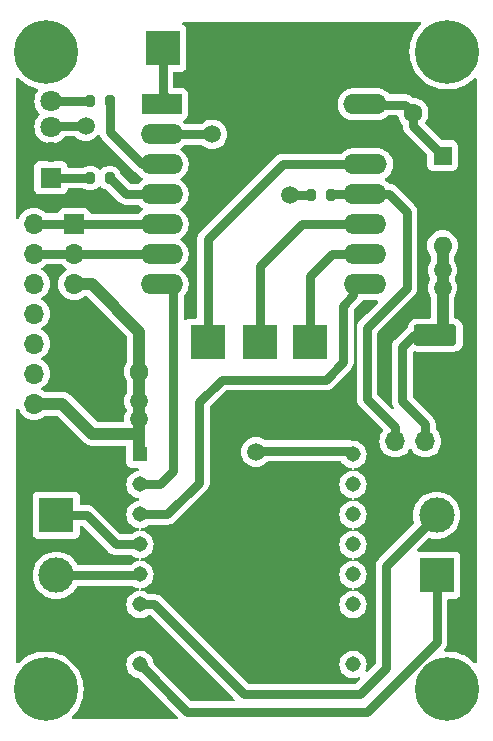
<source format=gbr>
%TF.GenerationSoftware,KiCad,Pcbnew,8.0.5*%
%TF.CreationDate,2024-11-16T20:21:07-03:00*%
%TF.ProjectId,hal9000mainboard,68616c39-3030-4306-9d61-696e626f6172,rev?*%
%TF.SameCoordinates,Original*%
%TF.FileFunction,Copper,L2,Bot*%
%TF.FilePolarity,Positive*%
%FSLAX46Y46*%
G04 Gerber Fmt 4.6, Leading zero omitted, Abs format (unit mm)*
G04 Created by KiCad (PCBNEW 8.0.5) date 2024-11-16 20:21:07*
%MOMM*%
%LPD*%
G01*
G04 APERTURE LIST*
G04 Aperture macros list*
%AMRoundRect*
0 Rectangle with rounded corners*
0 $1 Rounding radius*
0 $2 $3 $4 $5 $6 $7 $8 $9 X,Y pos of 4 corners*
0 Add a 4 corners polygon primitive as box body*
4,1,4,$2,$3,$4,$5,$6,$7,$8,$9,$2,$3,0*
0 Add four circle primitives for the rounded corners*
1,1,$1+$1,$2,$3*
1,1,$1+$1,$4,$5*
1,1,$1+$1,$6,$7*
1,1,$1+$1,$8,$9*
0 Add four rect primitives between the rounded corners*
20,1,$1+$1,$2,$3,$4,$5,0*
20,1,$1+$1,$4,$5,$6,$7,0*
20,1,$1+$1,$6,$7,$8,$9,0*
20,1,$1+$1,$8,$9,$2,$3,0*%
G04 Aperture macros list end*
%TA.AperFunction,ComponentPad*%
%ADD10R,3.500000X1.700000*%
%TD*%
%TA.AperFunction,ComponentPad*%
%ADD11O,3.600000X1.700000*%
%TD*%
%TA.AperFunction,ComponentPad*%
%ADD12O,3.700000X1.700000*%
%TD*%
%TA.AperFunction,ComponentPad*%
%ADD13R,3.000000X3.000000*%
%TD*%
%TA.AperFunction,ComponentPad*%
%ADD14C,3.000000*%
%TD*%
%TA.AperFunction,ComponentPad*%
%ADD15RoundRect,0.250000X-1.550000X0.650000X-1.550000X-0.650000X1.550000X-0.650000X1.550000X0.650000X0*%
%TD*%
%TA.AperFunction,ComponentPad*%
%ADD16O,3.600000X1.800000*%
%TD*%
%TA.AperFunction,ComponentPad*%
%ADD17C,5.400000*%
%TD*%
%TA.AperFunction,ComponentPad*%
%ADD18R,1.600000X1.600000*%
%TD*%
%TA.AperFunction,ComponentPad*%
%ADD19O,1.600000X1.600000*%
%TD*%
%TA.AperFunction,ComponentPad*%
%ADD20R,1.308000X1.308000*%
%TD*%
%TA.AperFunction,ComponentPad*%
%ADD21C,1.308000*%
%TD*%
%TA.AperFunction,ComponentPad*%
%ADD22R,1.800000X1.800000*%
%TD*%
%TA.AperFunction,ComponentPad*%
%ADD23C,1.800000*%
%TD*%
%TA.AperFunction,ComponentPad*%
%ADD24C,1.600000*%
%TD*%
%TA.AperFunction,ComponentPad*%
%ADD25R,1.700000X1.700000*%
%TD*%
%TA.AperFunction,ComponentPad*%
%ADD26O,1.700000X1.700000*%
%TD*%
%TA.AperFunction,SMDPad,CuDef*%
%ADD27R,3.000000X3.000000*%
%TD*%
%TA.AperFunction,SMDPad,CuDef*%
%ADD28RoundRect,0.200000X0.200000X0.275000X-0.200000X0.275000X-0.200000X-0.275000X0.200000X-0.275000X0*%
%TD*%
%TA.AperFunction,ViaPad*%
%ADD29C,1.500000*%
%TD*%
%TA.AperFunction,Conductor*%
%ADD30C,1.000000*%
%TD*%
%TA.AperFunction,Conductor*%
%ADD31C,0.750000*%
%TD*%
%TA.AperFunction,Conductor*%
%ADD32C,0.500000*%
%TD*%
G04 APERTURE END LIST*
D10*
%TO.P,U1002,1,PA02_A0_D0*%
%TO.N,Net-(U1002-PA02_A0_D0)*%
X12810000Y-7450000D03*
D11*
%TO.P,U1002,2,PA4_A1_D1*%
%TO.N,BUSY*%
X12810000Y-9990000D03*
%TO.P,U1002,3,PA10_A2_D2*%
%TO.N,LED1*%
X12810000Y-12530000D03*
%TO.P,U1002,4,PA11_A3_D3*%
%TO.N,LED2*%
X12810000Y-15070000D03*
%TO.P,U1002,5,PA8_A4_D4_SDA*%
%TO.N,/scl*%
X12810000Y-17610000D03*
%TO.P,U1002,6,PA9_A5_D5_SCL*%
%TO.N,/sda*%
X12810000Y-20150000D03*
%TO.P,U1002,7,PB08_A6_D6_TX*%
%TO.N,UC_TX*%
X12810000Y-22690000D03*
%TO.P,U1002,8,PB09_A7_D7_RX*%
%TO.N,UC_RX*%
X30060000Y-22690000D03*
%TO.P,U1002,9,PA7_A8_D8_SCK*%
%TO.N,Net-(U1002-PA7_A8_D8_SCK)*%
X30060000Y-20150000D03*
%TO.P,U1002,10,PA5_A9_D9_MISO*%
%TO.N,Net-(U1002-PA5_A9_D9_MISO)*%
X30060000Y-17610000D03*
D12*
%TO.P,U1002,11,PA6_A10_D10_MOSI*%
%TO.N,LED3*%
X30060000Y-15070000D03*
%TO.P,U1002,12,3V3*%
%TO.N,Net-(U1002-3V3)*%
X30060000Y-12530000D03*
%TO.P,U1002,13,GND*%
%TO.N,GND*%
X30060000Y-9990000D03*
%TO.P,U1002,14,5V*%
%TO.N,Net-(D1001-K)*%
X30060000Y-7450000D03*
%TD*%
D13*
%TO.P,J1004,1,Pin_1*%
%TO.N,Net-(J1004-Pin_1)*%
X3900000Y-42260000D03*
D14*
%TO.P,J1004,2,Pin_2*%
%TO.N,Net-(J1004-Pin_2)*%
X3900000Y-47340000D03*
%TD*%
D15*
%TO.P,J1001,1,Pin_1*%
%TO.N,+5V*%
X36000000Y-27000000D03*
D16*
%TO.P,J1001,2,Pin_2*%
%TO.N,GND*%
X36000000Y-30810000D03*
%TD*%
D17*
%TO.P,REF\u002A\u002A,1*%
%TO.N,N/C*%
X37000000Y-3000000D03*
%TD*%
D18*
%TO.P,D1001,1,K*%
%TO.N,Net-(D1001-K)*%
X36600000Y-11800000D03*
D19*
%TO.P,D1001,2,A*%
%TO.N,+5V*%
X36600000Y-19420000D03*
%TD*%
D20*
%TO.P,U1001,1,VCC*%
%TO.N,+5V*%
X10983000Y-37110000D03*
D21*
%TO.P,U1001,2,RX*%
%TO.N,UC_TX*%
X10983000Y-39650000D03*
%TO.P,U1001,3,TX*%
%TO.N,UC_RX*%
X10983000Y-42190000D03*
%TO.P,U1001,4,DAC_R*%
%TO.N,Net-(J1004-Pin_1)*%
X10983000Y-44730000D03*
%TO.P,U1001,5,DAC_L*%
%TO.N,Net-(J1004-Pin_2)*%
X10983000Y-47270000D03*
%TO.P,U1001,6,SPK1*%
%TO.N,Net-(J1003-Pin_2)*%
X10983000Y-49810000D03*
%TO.P,U1001,7,GND*%
%TO.N,GND*%
X10983000Y-52350000D03*
%TO.P,U1001,8,SPK2*%
%TO.N,Net-(J1003-Pin_1)*%
X10983000Y-54890000D03*
%TO.P,U1001,9,IO1*%
%TO.N,unconnected-(U1001-IO1-Pad9)*%
X29017000Y-54890000D03*
%TO.P,U1001,10,GND*%
%TO.N,GND*%
X29017000Y-52350000D03*
%TO.P,U1001,11,IO2*%
%TO.N,unconnected-(U1001-IO2-Pad11)*%
X29017000Y-49810000D03*
%TO.P,U1001,12,ADKEY1*%
%TO.N,unconnected-(U1001-ADKEY1-Pad12)*%
X29017000Y-47270000D03*
%TO.P,U1001,13,ADKEY2*%
%TO.N,unconnected-(U1001-ADKEY2-Pad13)*%
X29017000Y-44730000D03*
%TO.P,U1001,14,USB+*%
%TO.N,unconnected-(U1001-USB+-Pad14)*%
X29017000Y-42190000D03*
%TO.P,U1001,15,USB-*%
%TO.N,unconnected-(U1001-USB--Pad15)*%
X29017000Y-39650000D03*
%TO.P,U1001,16,BUSY*%
%TO.N,BUSY*%
X29017000Y-37110000D03*
%TD*%
D22*
%TO.P,D1003,1,GA*%
%TO.N,Net-(D1003-GA)*%
X3440000Y-13680000D03*
D23*
%TO.P,D1003,2,K*%
%TO.N,GND*%
X3440000Y-11521000D03*
%TO.P,D1003,3,BA*%
%TO.N,Net-(D1003-BA)*%
X3440000Y-9362000D03*
%TO.P,D1003,4,RA*%
%TO.N,Net-(D1003-RA)*%
X3440000Y-7203000D03*
%TD*%
D17*
%TO.P,REF\u002A\u002A,1*%
%TO.N,N/C*%
X3000000Y-3000000D03*
%TD*%
%TO.P,REF\u002A\u002A,1*%
%TO.N,N/C*%
X3000000Y-57000000D03*
%TD*%
D24*
%TO.P,C1001,1*%
%TO.N,+5V*%
X10900000Y-30100000D03*
%TO.P,C1001,2*%
%TO.N,GND*%
X8400000Y-30100000D03*
%TD*%
D17*
%TO.P,REF\u002A\u002A,1*%
%TO.N,N/C*%
X37000000Y-57000000D03*
%TD*%
D13*
%TO.P,J1003,1,Pin_1*%
%TO.N,Net-(J1003-Pin_1)*%
X36100000Y-47340000D03*
D14*
%TO.P,J1003,2,Pin_2*%
%TO.N,Net-(J1003-Pin_2)*%
X36100000Y-42260000D03*
%TD*%
D24*
%TO.P,C1,1*%
%TO.N,Net-(D1001-K)*%
X34100000Y-8200000D03*
%TO.P,C1,2*%
%TO.N,GND*%
X36600000Y-8200000D03*
%TD*%
D25*
%TO.P,J1002,1,Pin_1*%
%TO.N,/scl*%
X5400000Y-17600000D03*
D26*
%TO.P,J1002,2,Pin_2*%
%TO.N,/sda*%
X5400000Y-20140000D03*
%TO.P,J1002,3,Pin_3*%
%TO.N,+5V*%
X5400000Y-22680000D03*
%TO.P,J1002,4,Pin_4*%
%TO.N,GND*%
X5400000Y-25220000D03*
%TD*%
D25*
%TO.P,J1006,1,Pin_1*%
%TO.N,GND*%
X2000000Y-35355000D03*
D26*
%TO.P,J1006,2,Pin_2*%
%TO.N,+5V*%
X2000000Y-32815000D03*
%TO.P,J1006,3,Pin_3*%
%TO.N,unconnected-(J1006-Pin_3-Pad3)*%
X2000000Y-30275000D03*
%TO.P,J1006,4,Pin_4*%
%TO.N,unconnected-(J1006-Pin_4-Pad4)*%
X2000000Y-27735000D03*
%TO.P,J1006,5,Pin_5*%
%TO.N,unconnected-(J1006-Pin_5-Pad5)*%
X2000000Y-25195000D03*
%TO.P,J1006,6,Pin_6*%
%TO.N,unconnected-(J1006-Pin_6-Pad6)*%
X2000000Y-22655000D03*
%TO.P,J1006,7,Pin_7*%
%TO.N,/sda*%
X2000000Y-20115000D03*
%TO.P,J1006,8,Pin_8*%
%TO.N,/scl*%
X2000000Y-17575000D03*
%TD*%
D25*
%TO.P,J1005,1,Pin_1*%
%TO.N,GND*%
X37680000Y-36000000D03*
D26*
%TO.P,J1005,2,Pin_2*%
%TO.N,+5V*%
X35140000Y-36000000D03*
%TO.P,J1005,3,Pin_3*%
%TO.N,LED3*%
X32600000Y-36000000D03*
%TD*%
D27*
%TO.P,TP1004,1,1*%
%TO.N,Net-(U1002-3V3)*%
X16700000Y-27600000D03*
%TD*%
D28*
%TO.P,R1003,1*%
%TO.N,LED3*%
X27125000Y-15100000D03*
%TO.P,R1003,2*%
%TO.N,Net-(D1003-BA)*%
X25475000Y-15100000D03*
%TD*%
D27*
%TO.P,TP1003,1,1*%
%TO.N,Net-(U1002-PA7_A8_D8_SCK)*%
X25380000Y-27610000D03*
%TD*%
%TO.P,TP1002,1,1*%
%TO.N,Net-(U1002-PA5_A9_D9_MISO)*%
X21140000Y-27600000D03*
%TD*%
%TO.P,TP1001,1,1*%
%TO.N,Net-(U1002-PA02_A0_D0)*%
X12900000Y-2700000D03*
%TD*%
D28*
%TO.P,R1001,1*%
%TO.N,LED1*%
X8425000Y-7200000D03*
%TO.P,R1001,2*%
%TO.N,Net-(D1003-RA)*%
X6775000Y-7200000D03*
%TD*%
%TO.P,R1002,1*%
%TO.N,LED2*%
X8425000Y-13700000D03*
%TO.P,R1002,2*%
%TO.N,Net-(D1003-GA)*%
X6775000Y-13700000D03*
%TD*%
D29*
%TO.N,GND*%
X5500000Y-30100000D03*
X20700000Y-46600000D03*
X1800000Y-52400000D03*
X7600000Y-11600000D03*
X29300000Y-1400000D03*
X19600000Y-7500000D03*
%TO.N,+5V*%
X36600000Y-23000000D03*
X36600000Y-21500000D03*
X10900000Y-32600000D03*
X10900000Y-34100000D03*
%TO.N,Net-(D1003-BA)*%
X6400000Y-9300000D03*
X23700000Y-15100000D03*
%TO.N,BUSY*%
X17100000Y-10000000D03*
X20800000Y-36900000D03*
%TD*%
D30*
%TO.N,+5V*%
X10900000Y-33683000D02*
X10900000Y-32600000D01*
X6880000Y-22680000D02*
X10900000Y-26700000D01*
D31*
X33200000Y-32600000D02*
X33200000Y-28000000D01*
D30*
X10900000Y-32600000D02*
X10900000Y-30100000D01*
X6955000Y-35355000D02*
X10900000Y-35355000D01*
X2000000Y-32815000D02*
X4415000Y-32815000D01*
D31*
X35140000Y-34540000D02*
X33200000Y-32600000D01*
X35140000Y-36000000D02*
X35140000Y-34540000D01*
D30*
X4415000Y-32815000D02*
X6955000Y-35355000D01*
X10900000Y-33683000D02*
X10900000Y-37027000D01*
D31*
X34200000Y-27000000D02*
X36000000Y-27000000D01*
X36000000Y-27000000D02*
X36600000Y-26400000D01*
X10900000Y-35355000D02*
X10900000Y-33683000D01*
X10900000Y-37027000D02*
X10983000Y-37110000D01*
D30*
X36600000Y-26400000D02*
X36600000Y-23000000D01*
X5400000Y-22680000D02*
X6880000Y-22680000D01*
X10900000Y-26700000D02*
X10900000Y-30100000D01*
X36600000Y-21500000D02*
X36600000Y-19420000D01*
D31*
X33200000Y-28000000D02*
X34200000Y-27000000D01*
D30*
X36600000Y-21500000D02*
X36600000Y-23000000D01*
D31*
%TO.N,Net-(D1001-K)*%
X34100000Y-8200000D02*
X33390000Y-7490000D01*
X33390000Y-7490000D02*
X29100000Y-7490000D01*
X34100000Y-9300000D02*
X34100000Y-8200000D01*
X36600000Y-11800000D02*
X34100000Y-9300000D01*
X29100000Y-7490000D02*
X29060000Y-7450000D01*
%TO.N,Net-(D1003-RA)*%
X6772000Y-7203000D02*
X6775000Y-7200000D01*
X3440000Y-7203000D02*
X6772000Y-7203000D01*
%TO.N,Net-(D1003-GA)*%
X6775000Y-13700000D02*
X3460000Y-13700000D01*
X3460000Y-13700000D02*
X3440000Y-13680000D01*
%TO.N,Net-(D1003-BA)*%
X6400000Y-9300000D02*
X3502000Y-9300000D01*
X25475000Y-15100000D02*
X23700000Y-15100000D01*
X3502000Y-9300000D02*
X3440000Y-9362000D01*
%TO.N,/scl*%
X5400000Y-17600000D02*
X13800000Y-17600000D01*
X5375000Y-17575000D02*
X5400000Y-17600000D01*
X2000000Y-17575000D02*
X5375000Y-17575000D01*
X13800000Y-17600000D02*
X13810000Y-17610000D01*
%TO.N,/sda*%
X5375000Y-20115000D02*
X5400000Y-20140000D01*
X5400000Y-20140000D02*
X13800000Y-20140000D01*
X13800000Y-20140000D02*
X13810000Y-20150000D01*
X2000000Y-20115000D02*
X5375000Y-20115000D01*
%TO.N,Net-(J1003-Pin_2)*%
X31800000Y-55200000D02*
X31800000Y-46560000D01*
X31800000Y-46560000D02*
X36100000Y-42260000D01*
X12210000Y-49810000D02*
X19800000Y-57400000D01*
X19800000Y-57400000D02*
X29600000Y-57400000D01*
X29600000Y-57400000D02*
X31800000Y-55200000D01*
X10983000Y-49810000D02*
X12210000Y-49810000D01*
%TO.N,Net-(J1003-Pin_1)*%
X36100000Y-53000000D02*
X36100000Y-47340000D01*
X14993000Y-58900000D02*
X30200000Y-58900000D01*
X30200000Y-58900000D02*
X36100000Y-53000000D01*
X10983000Y-54890000D02*
X14993000Y-58900000D01*
D32*
%TO.N,Net-(J1004-Pin_2)*%
X10913000Y-47340000D02*
X10983000Y-47270000D01*
D31*
X3900000Y-47340000D02*
X10913000Y-47340000D01*
%TO.N,Net-(J1004-Pin_1)*%
X6460000Y-42260000D02*
X8930000Y-44730000D01*
X3900000Y-42260000D02*
X6460000Y-42260000D01*
X8930000Y-44730000D02*
X10983000Y-44730000D01*
%TO.N,LED1*%
X8425000Y-7200000D02*
X8425000Y-9825000D01*
X8425000Y-9825000D02*
X11130000Y-12530000D01*
X11130000Y-12530000D02*
X13810000Y-12530000D01*
%TO.N,LED2*%
X13810000Y-15070000D02*
X9795000Y-15070000D01*
X9795000Y-15070000D02*
X8425000Y-13700000D01*
%TO.N,LED3*%
X27155000Y-15070000D02*
X27125000Y-15100000D01*
X30200000Y-32400000D02*
X32600000Y-34800000D01*
X29060000Y-15070000D02*
X32070000Y-15070000D01*
X33600000Y-16600000D02*
X33600000Y-23000000D01*
X29060000Y-15070000D02*
X27155000Y-15070000D01*
X30200000Y-26400000D02*
X30200000Y-32400000D01*
X32600000Y-34800000D02*
X32600000Y-36000000D01*
X33600000Y-23000000D02*
X30200000Y-26400000D01*
X32070000Y-15070000D02*
X33600000Y-16600000D01*
%TO.N,BUSY*%
X20900000Y-36800000D02*
X28707000Y-36800000D01*
X17100000Y-10000000D02*
X13820000Y-10000000D01*
X13820000Y-10000000D02*
X13810000Y-9990000D01*
X28707000Y-36800000D02*
X29017000Y-37110000D01*
X20800000Y-36900000D02*
X20900000Y-36800000D01*
%TO.N,UC_TX*%
X10983000Y-39650000D02*
X12650000Y-39650000D01*
X12650000Y-39650000D02*
X13810000Y-38490000D01*
X13810000Y-38490000D02*
X13810000Y-22690000D01*
%TO.N,UC_RX*%
X29060000Y-23640000D02*
X29060000Y-22690000D01*
X16000000Y-32700000D02*
X17900000Y-30800000D01*
X16000000Y-39500000D02*
X16000000Y-32700000D01*
X28200000Y-24500000D02*
X29060000Y-23640000D01*
X28200000Y-29300000D02*
X28200000Y-24500000D01*
X17900000Y-30800000D02*
X26700000Y-30800000D01*
X10983000Y-42190000D02*
X13310000Y-42190000D01*
X13310000Y-42190000D02*
X16000000Y-39500000D01*
X26700000Y-30800000D02*
X28200000Y-29300000D01*
%TO.N,Net-(U1002-PA02_A0_D0)*%
X13750000Y-7450000D02*
X12900000Y-6600000D01*
X13810000Y-7450000D02*
X13750000Y-7450000D01*
X12900000Y-6600000D02*
X12900000Y-2700000D01*
%TO.N,Net-(U1002-PA5_A9_D9_MISO)*%
X29060000Y-17610000D02*
X24690000Y-17610000D01*
X21140000Y-21160000D02*
X21140000Y-27600000D01*
X24690000Y-17610000D02*
X21140000Y-21160000D01*
%TO.N,Net-(U1002-3V3)*%
X16700000Y-18900000D02*
X23070000Y-12530000D01*
X23070000Y-12530000D02*
X29060000Y-12530000D01*
X16700000Y-27600000D02*
X16700000Y-18900000D01*
%TO.N,Net-(U1002-PA7_A8_D8_SCK)*%
X27250000Y-20150000D02*
X25380000Y-22020000D01*
X29060000Y-20150000D02*
X27250000Y-20150000D01*
X25380000Y-22020000D02*
X25380000Y-27610000D01*
%TD*%
%TA.AperFunction,Conductor*%
%TO.N,GND*%
G36*
X705703Y-33260483D02*
G01*
X736881Y-33301790D01*
X788670Y-33412850D01*
X825965Y-33492830D01*
X825967Y-33492834D01*
X934281Y-33647521D01*
X961505Y-33686401D01*
X1128599Y-33853495D01*
X1169343Y-33882024D01*
X1322165Y-33989032D01*
X1322167Y-33989033D01*
X1322170Y-33989035D01*
X1536337Y-34088903D01*
X1536343Y-34088904D01*
X1536344Y-34088905D01*
X1591285Y-34103626D01*
X1764592Y-34150063D01*
X1952918Y-34166539D01*
X1999999Y-34170659D01*
X2000000Y-34170659D01*
X2000001Y-34170659D01*
X2039234Y-34167226D01*
X2235408Y-34150063D01*
X2463663Y-34088903D01*
X2677830Y-33989035D01*
X2871401Y-33853495D01*
X2873077Y-33851819D01*
X2873995Y-33851317D01*
X2875544Y-33850018D01*
X2875805Y-33850329D01*
X2934400Y-33818334D01*
X2960758Y-33815500D01*
X3949218Y-33815500D01*
X4016257Y-33835185D01*
X4036898Y-33851818D01*
X6177860Y-35992781D01*
X6177861Y-35992782D01*
X6317218Y-36132139D01*
X6481086Y-36241632D01*
X6587745Y-36285811D01*
X6663164Y-36317051D01*
X6856454Y-36355499D01*
X6856457Y-36355500D01*
X6856459Y-36355500D01*
X7053540Y-36355500D01*
X9704500Y-36355500D01*
X9771539Y-36375185D01*
X9817294Y-36427989D01*
X9828500Y-36479500D01*
X9828500Y-37811870D01*
X9828501Y-37811876D01*
X9834908Y-37871483D01*
X9885202Y-38006328D01*
X9885206Y-38006335D01*
X9971452Y-38121544D01*
X9971455Y-38121547D01*
X10086664Y-38207793D01*
X10086671Y-38207797D01*
X10221517Y-38258091D01*
X10221516Y-38258091D01*
X10228444Y-38258835D01*
X10281127Y-38264500D01*
X10773592Y-38264499D01*
X10840629Y-38284183D01*
X10886384Y-38336987D01*
X10896328Y-38406146D01*
X10867303Y-38469702D01*
X10808525Y-38507476D01*
X10796375Y-38510388D01*
X10665703Y-38534815D01*
X10558796Y-38576231D01*
X10466192Y-38612106D01*
X10466186Y-38612108D01*
X10284286Y-38724736D01*
X10284283Y-38724738D01*
X10284279Y-38724740D01*
X10284278Y-38724742D01*
X10232805Y-38771666D01*
X10126158Y-38868887D01*
X9997219Y-39039629D01*
X9901849Y-39231158D01*
X9901846Y-39231164D01*
X9843296Y-39436949D01*
X9843295Y-39436952D01*
X9823554Y-39649999D01*
X9823554Y-39650000D01*
X9843295Y-39863047D01*
X9843296Y-39863050D01*
X9901846Y-40068835D01*
X9901849Y-40068840D01*
X9997219Y-40260370D01*
X10126159Y-40431114D01*
X10284278Y-40575258D01*
X10284283Y-40575261D01*
X10284286Y-40575263D01*
X10466186Y-40687891D01*
X10466187Y-40687891D01*
X10466190Y-40687893D01*
X10665703Y-40765185D01*
X10841845Y-40798111D01*
X10904125Y-40829779D01*
X10939398Y-40890092D01*
X10936464Y-40959900D01*
X10896255Y-41017040D01*
X10841845Y-41041888D01*
X10665703Y-41074815D01*
X10539533Y-41123693D01*
X10466192Y-41152106D01*
X10466186Y-41152108D01*
X10284286Y-41264736D01*
X10284283Y-41264738D01*
X10284279Y-41264740D01*
X10284278Y-41264742D01*
X10229696Y-41314500D01*
X10126158Y-41408887D01*
X9997219Y-41579629D01*
X9901849Y-41771158D01*
X9901846Y-41771164D01*
X9843296Y-41976949D01*
X9843295Y-41976952D01*
X9823554Y-42189999D01*
X9823554Y-42190000D01*
X9843295Y-42403047D01*
X9843296Y-42403050D01*
X9901846Y-42608835D01*
X9901849Y-42608840D01*
X9997219Y-42800370D01*
X10126159Y-42971114D01*
X10284278Y-43115258D01*
X10284283Y-43115261D01*
X10284286Y-43115263D01*
X10466186Y-43227891D01*
X10466187Y-43227891D01*
X10466190Y-43227893D01*
X10665703Y-43305185D01*
X10841845Y-43338111D01*
X10904125Y-43369779D01*
X10939398Y-43430092D01*
X10936464Y-43499900D01*
X10896255Y-43557040D01*
X10841845Y-43581888D01*
X10665703Y-43614815D01*
X10539533Y-43663693D01*
X10466192Y-43692106D01*
X10466186Y-43692108D01*
X10284279Y-43804740D01*
X10284276Y-43804742D01*
X10265196Y-43822137D01*
X10202392Y-43852754D01*
X10181658Y-43854500D01*
X9344006Y-43854500D01*
X9276967Y-43834815D01*
X9256325Y-43818181D01*
X7018102Y-41579957D01*
X7018098Y-41579954D01*
X6874711Y-41484145D01*
X6874698Y-41484138D01*
X6715378Y-41418146D01*
X6715366Y-41418143D01*
X6546232Y-41384500D01*
X6546229Y-41384500D01*
X6024499Y-41384500D01*
X5957460Y-41364815D01*
X5911705Y-41312011D01*
X5900499Y-41260500D01*
X5900499Y-40712129D01*
X5900498Y-40712123D01*
X5900497Y-40712116D01*
X5894091Y-40652517D01*
X5865276Y-40575261D01*
X5843797Y-40517671D01*
X5843793Y-40517664D01*
X5757547Y-40402455D01*
X5757544Y-40402452D01*
X5642335Y-40316206D01*
X5642328Y-40316202D01*
X5507482Y-40265908D01*
X5507483Y-40265908D01*
X5447883Y-40259501D01*
X5447881Y-40259500D01*
X5447873Y-40259500D01*
X5447864Y-40259500D01*
X2352129Y-40259500D01*
X2352123Y-40259501D01*
X2292516Y-40265908D01*
X2157671Y-40316202D01*
X2157664Y-40316206D01*
X2042455Y-40402452D01*
X2042452Y-40402455D01*
X1956206Y-40517664D01*
X1956202Y-40517671D01*
X1905908Y-40652517D01*
X1899501Y-40712116D01*
X1899501Y-40712123D01*
X1899500Y-40712135D01*
X1899500Y-43807870D01*
X1899501Y-43807876D01*
X1905908Y-43867483D01*
X1956202Y-44002328D01*
X1956206Y-44002335D01*
X2042452Y-44117544D01*
X2042455Y-44117547D01*
X2157664Y-44203793D01*
X2157671Y-44203797D01*
X2292517Y-44254091D01*
X2292516Y-44254091D01*
X2299444Y-44254835D01*
X2352127Y-44260500D01*
X5447872Y-44260499D01*
X5507483Y-44254091D01*
X5642331Y-44203796D01*
X5757546Y-44117546D01*
X5843796Y-44002331D01*
X5894091Y-43867483D01*
X5900500Y-43807873D01*
X5900500Y-43259500D01*
X5920185Y-43192461D01*
X5972989Y-43146706D01*
X6024500Y-43135500D01*
X6045994Y-43135500D01*
X6113033Y-43155185D01*
X6133675Y-43171819D01*
X8249955Y-45288099D01*
X8316660Y-45354804D01*
X8371902Y-45410046D01*
X8515288Y-45505854D01*
X8515301Y-45505861D01*
X8674621Y-45571853D01*
X8674626Y-45571855D01*
X8804377Y-45597664D01*
X8843766Y-45605499D01*
X8843769Y-45605500D01*
X8843771Y-45605500D01*
X10181658Y-45605500D01*
X10248697Y-45625185D01*
X10265196Y-45637863D01*
X10284276Y-45655257D01*
X10284279Y-45655259D01*
X10466186Y-45767891D01*
X10466187Y-45767891D01*
X10466190Y-45767893D01*
X10665703Y-45845185D01*
X10841845Y-45878111D01*
X10904125Y-45909779D01*
X10939398Y-45970092D01*
X10936464Y-46039900D01*
X10896255Y-46097040D01*
X10841845Y-46121888D01*
X10665703Y-46154815D01*
X10539533Y-46203693D01*
X10466192Y-46232106D01*
X10466186Y-46232108D01*
X10284286Y-46344736D01*
X10284276Y-46344743D01*
X10188410Y-46432137D01*
X10125606Y-46462754D01*
X10104872Y-46464500D01*
X5774820Y-46464500D01*
X5707781Y-46444815D01*
X5665988Y-46399927D01*
X5587229Y-46255689D01*
X5587224Y-46255682D01*
X5415745Y-46026612D01*
X5415729Y-46026594D01*
X5213405Y-45824270D01*
X5213387Y-45824254D01*
X4984317Y-45652775D01*
X4984309Y-45652770D01*
X4733166Y-45515635D01*
X4733167Y-45515635D01*
X4625915Y-45475632D01*
X4465046Y-45415631D01*
X4465043Y-45415630D01*
X4465037Y-45415628D01*
X4185433Y-45354804D01*
X3900001Y-45334390D01*
X3899999Y-45334390D01*
X3614566Y-45354804D01*
X3334962Y-45415628D01*
X3066833Y-45515635D01*
X2815690Y-45652770D01*
X2815682Y-45652775D01*
X2586612Y-45824254D01*
X2586594Y-45824270D01*
X2384270Y-46026594D01*
X2384254Y-46026612D01*
X2212775Y-46255682D01*
X2212770Y-46255690D01*
X2075635Y-46506833D01*
X1975628Y-46774962D01*
X1914804Y-47054566D01*
X1894390Y-47339998D01*
X1894390Y-47340001D01*
X1914804Y-47625433D01*
X1975628Y-47905037D01*
X2075635Y-48173166D01*
X2212770Y-48424309D01*
X2212775Y-48424317D01*
X2384254Y-48653387D01*
X2384270Y-48653405D01*
X2586594Y-48855729D01*
X2586612Y-48855745D01*
X2815682Y-49027224D01*
X2815690Y-49027229D01*
X3066833Y-49164364D01*
X3066832Y-49164364D01*
X3066836Y-49164365D01*
X3066839Y-49164367D01*
X3334954Y-49264369D01*
X3334960Y-49264370D01*
X3334962Y-49264371D01*
X3614566Y-49325195D01*
X3614568Y-49325195D01*
X3614572Y-49325196D01*
X3868220Y-49343337D01*
X3899999Y-49345610D01*
X3900000Y-49345610D01*
X3900001Y-49345610D01*
X3928595Y-49343564D01*
X4185428Y-49325196D01*
X4375742Y-49283796D01*
X4465037Y-49264371D01*
X4465037Y-49264370D01*
X4465046Y-49264369D01*
X4733161Y-49164367D01*
X4984315Y-49027226D01*
X5213395Y-48855739D01*
X5415739Y-48653395D01*
X5587226Y-48424315D01*
X5587230Y-48424309D01*
X5650797Y-48307893D01*
X5665988Y-48280072D01*
X5715393Y-48230668D01*
X5774820Y-48215500D01*
X10281689Y-48215500D01*
X10346966Y-48234073D01*
X10466186Y-48307891D01*
X10466187Y-48307891D01*
X10466190Y-48307893D01*
X10665703Y-48385185D01*
X10841845Y-48418111D01*
X10904125Y-48449779D01*
X10939398Y-48510092D01*
X10936464Y-48579900D01*
X10896255Y-48637040D01*
X10841845Y-48661888D01*
X10665703Y-48694815D01*
X10539533Y-48743693D01*
X10466192Y-48772106D01*
X10466186Y-48772108D01*
X10284286Y-48884736D01*
X10284283Y-48884738D01*
X10284279Y-48884740D01*
X10284278Y-48884742D01*
X10192791Y-48968143D01*
X10126158Y-49028887D01*
X9997219Y-49199629D01*
X9901849Y-49391158D01*
X9901846Y-49391164D01*
X9843296Y-49596949D01*
X9843295Y-49596952D01*
X9823554Y-49809999D01*
X9823554Y-49810000D01*
X9843295Y-50023047D01*
X9843296Y-50023050D01*
X9901846Y-50228835D01*
X9901849Y-50228840D01*
X9997219Y-50420370D01*
X10126159Y-50591114D01*
X10284278Y-50735258D01*
X10284283Y-50735261D01*
X10284286Y-50735263D01*
X10466186Y-50847891D01*
X10466187Y-50847891D01*
X10466190Y-50847893D01*
X10665703Y-50925185D01*
X10876020Y-50964500D01*
X10876022Y-50964500D01*
X11089978Y-50964500D01*
X11089980Y-50964500D01*
X11300297Y-50925185D01*
X11499810Y-50847893D01*
X11681722Y-50735258D01*
X11696464Y-50721819D01*
X11700804Y-50717863D01*
X11763608Y-50687246D01*
X11784342Y-50685500D01*
X11795994Y-50685500D01*
X11863033Y-50705185D01*
X11883675Y-50721819D01*
X18974675Y-57812819D01*
X19008160Y-57874142D01*
X19003176Y-57943834D01*
X18961304Y-57999767D01*
X18895840Y-58024184D01*
X18886994Y-58024500D01*
X15407006Y-58024500D01*
X15339967Y-58004815D01*
X15319325Y-57988181D01*
X12166067Y-54834923D01*
X12132582Y-54773600D01*
X12130277Y-54758683D01*
X12129361Y-54748797D01*
X12122704Y-54676952D01*
X12103186Y-54608354D01*
X12064153Y-54471164D01*
X12064150Y-54471158D01*
X11971848Y-54285790D01*
X11968781Y-54279630D01*
X11839841Y-54108886D01*
X11681722Y-53964742D01*
X11681716Y-53964738D01*
X11681713Y-53964736D01*
X11499813Y-53852108D01*
X11499807Y-53852106D01*
X11300297Y-53774815D01*
X11089980Y-53735500D01*
X10876020Y-53735500D01*
X10665703Y-53774815D01*
X10562973Y-53814613D01*
X10466192Y-53852106D01*
X10466186Y-53852108D01*
X10284286Y-53964736D01*
X10284283Y-53964738D01*
X10284279Y-53964740D01*
X10284278Y-53964742D01*
X10126159Y-54108886D01*
X10126158Y-54108887D01*
X9997219Y-54279629D01*
X9901849Y-54471158D01*
X9901846Y-54471164D01*
X9843296Y-54676949D01*
X9843295Y-54676952D01*
X9823554Y-54889999D01*
X9823554Y-54890000D01*
X9843295Y-55103047D01*
X9843296Y-55103050D01*
X9901846Y-55308835D01*
X9901849Y-55308841D01*
X9946897Y-55399310D01*
X9997219Y-55500370D01*
X10126159Y-55671114D01*
X10284278Y-55815258D01*
X10284283Y-55815261D01*
X10284286Y-55815263D01*
X10466186Y-55927891D01*
X10466187Y-55927891D01*
X10466190Y-55927893D01*
X10665703Y-56005185D01*
X10866978Y-56042809D01*
X10929258Y-56074477D01*
X10931873Y-56077017D01*
X14142675Y-59287819D01*
X14176160Y-59349142D01*
X14171176Y-59418834D01*
X14129304Y-59474767D01*
X14063840Y-59499184D01*
X14054994Y-59499500D01*
X5330959Y-59499500D01*
X5263920Y-59479815D01*
X5218165Y-59427011D01*
X5208221Y-59357853D01*
X5237246Y-59294297D01*
X5248332Y-59283041D01*
X5253941Y-59278027D01*
X5266661Y-59266661D01*
X5506194Y-58998623D01*
X5714211Y-58705452D01*
X5888094Y-58390833D01*
X6025659Y-58058724D01*
X6125173Y-57713300D01*
X6185387Y-57358907D01*
X6205543Y-57000000D01*
X6185387Y-56641093D01*
X6125173Y-56286700D01*
X6025659Y-55941276D01*
X5888094Y-55609167D01*
X5714211Y-55294548D01*
X5506194Y-55001377D01*
X5266661Y-54733339D01*
X4998623Y-54493806D01*
X4998622Y-54493805D01*
X4705454Y-54285790D01*
X4390831Y-54111905D01*
X4304086Y-54075974D01*
X4058724Y-53974341D01*
X4058720Y-53974339D01*
X4058718Y-53974339D01*
X3713305Y-53874828D01*
X3713296Y-53874826D01*
X3358914Y-53814614D01*
X3358902Y-53814612D01*
X3000000Y-53794457D01*
X2641097Y-53814612D01*
X2641085Y-53814614D01*
X2286703Y-53874826D01*
X2286694Y-53874828D01*
X1941281Y-53974339D01*
X1609168Y-54111905D01*
X1294545Y-54285790D01*
X1001377Y-54493805D01*
X733337Y-54733340D01*
X716958Y-54751669D01*
X657607Y-54788539D01*
X587746Y-54787468D01*
X529554Y-54748797D01*
X501506Y-54684804D01*
X500500Y-54669040D01*
X500500Y-33354196D01*
X520185Y-33287157D01*
X572989Y-33241402D01*
X642147Y-33231458D01*
X705703Y-33260483D01*
G37*
%TD.AperFunction*%
%TA.AperFunction,Conductor*%
G36*
X34736080Y-520185D02*
G01*
X34781835Y-572989D01*
X34791779Y-642147D01*
X34762754Y-705703D01*
X34751668Y-716959D01*
X34733343Y-733334D01*
X34493805Y-1001377D01*
X34285790Y-1294545D01*
X34111905Y-1609168D01*
X33974339Y-1941281D01*
X33874828Y-2286694D01*
X33874826Y-2286703D01*
X33814614Y-2641085D01*
X33814612Y-2641097D01*
X33794457Y-3000000D01*
X33814612Y-3358902D01*
X33814614Y-3358914D01*
X33874826Y-3713296D01*
X33874828Y-3713305D01*
X33974339Y-4058718D01*
X34111905Y-4390831D01*
X34285790Y-4705454D01*
X34493805Y-4998622D01*
X34493806Y-4998623D01*
X34733339Y-5266661D01*
X35001377Y-5506194D01*
X35294548Y-5714211D01*
X35609167Y-5888094D01*
X35941276Y-6025659D01*
X36286700Y-6125173D01*
X36641093Y-6185387D01*
X37000000Y-6205543D01*
X37358907Y-6185387D01*
X37713300Y-6125173D01*
X38058724Y-6025659D01*
X38390833Y-5888094D01*
X38705452Y-5714211D01*
X38998623Y-5506194D01*
X39266661Y-5266661D01*
X39283040Y-5248331D01*
X39342387Y-5211461D01*
X39412248Y-5212528D01*
X39470443Y-5251196D01*
X39498493Y-5315188D01*
X39499500Y-5330958D01*
X39499500Y-54669040D01*
X39479815Y-54736079D01*
X39427011Y-54781834D01*
X39357853Y-54791778D01*
X39294297Y-54762753D01*
X39283042Y-54751669D01*
X39266662Y-54733340D01*
X38998622Y-54493805D01*
X38705454Y-54285790D01*
X38390831Y-54111905D01*
X38304086Y-54075974D01*
X38058724Y-53974341D01*
X38058720Y-53974339D01*
X38058718Y-53974339D01*
X37713305Y-53874828D01*
X37713296Y-53874826D01*
X37358914Y-53814614D01*
X37358902Y-53814612D01*
X37025994Y-53795916D01*
X37000000Y-53794457D01*
X36999999Y-53794457D01*
X36840870Y-53803393D01*
X36772833Y-53787498D01*
X36724189Y-53737342D01*
X36710384Y-53668850D01*
X36735800Y-53603767D01*
X36746238Y-53591906D01*
X36780042Y-53558102D01*
X36780042Y-53558101D01*
X36780045Y-53558099D01*
X36875858Y-53414705D01*
X36941855Y-53255374D01*
X36975500Y-53086229D01*
X36975500Y-52913771D01*
X36975500Y-49464499D01*
X36995185Y-49397460D01*
X37047989Y-49351705D01*
X37099500Y-49340499D01*
X37647871Y-49340499D01*
X37647872Y-49340499D01*
X37707483Y-49334091D01*
X37842331Y-49283796D01*
X37957546Y-49197546D01*
X38043796Y-49082331D01*
X38094091Y-48947483D01*
X38100500Y-48887873D01*
X38100499Y-45792128D01*
X38094091Y-45732517D01*
X38075183Y-45681823D01*
X38043797Y-45597671D01*
X38043793Y-45597664D01*
X37957547Y-45482455D01*
X37957544Y-45482452D01*
X37842335Y-45396206D01*
X37842328Y-45396202D01*
X37707482Y-45345908D01*
X37707483Y-45345908D01*
X37647883Y-45339501D01*
X37647881Y-45339500D01*
X37647873Y-45339500D01*
X37647865Y-45339500D01*
X34558004Y-45339500D01*
X34490965Y-45319815D01*
X34445210Y-45267011D01*
X34435266Y-45197853D01*
X34464291Y-45134297D01*
X34470304Y-45127838D01*
X35390346Y-44207796D01*
X35451667Y-44174313D01*
X35521354Y-44179296D01*
X35534954Y-44184369D01*
X35534957Y-44184369D01*
X35534958Y-44184370D01*
X35814566Y-44245195D01*
X35814568Y-44245195D01*
X35814572Y-44245196D01*
X36068220Y-44263337D01*
X36099999Y-44265610D01*
X36100000Y-44265610D01*
X36100001Y-44265610D01*
X36128595Y-44263564D01*
X36385428Y-44245196D01*
X36557345Y-44207798D01*
X36665037Y-44184371D01*
X36665037Y-44184370D01*
X36665046Y-44184369D01*
X36933161Y-44084367D01*
X37184315Y-43947226D01*
X37413395Y-43775739D01*
X37615739Y-43573395D01*
X37787226Y-43344315D01*
X37924367Y-43093161D01*
X38024369Y-42825046D01*
X38085196Y-42545428D01*
X38105610Y-42260000D01*
X38085196Y-41974572D01*
X38040947Y-41771164D01*
X38024371Y-41694962D01*
X38024370Y-41694960D01*
X38024369Y-41694954D01*
X37924367Y-41426839D01*
X37919620Y-41418146D01*
X37787229Y-41175690D01*
X37787224Y-41175682D01*
X37615745Y-40946612D01*
X37615729Y-40946594D01*
X37413405Y-40744270D01*
X37413387Y-40744254D01*
X37184317Y-40572775D01*
X37184309Y-40572770D01*
X36933166Y-40435635D01*
X36933167Y-40435635D01*
X36825915Y-40395632D01*
X36665046Y-40335631D01*
X36665043Y-40335630D01*
X36665037Y-40335628D01*
X36385433Y-40274804D01*
X36100001Y-40254390D01*
X36099999Y-40254390D01*
X35814566Y-40274804D01*
X35534962Y-40335628D01*
X35266833Y-40435635D01*
X35015690Y-40572770D01*
X35015682Y-40572775D01*
X34786612Y-40744254D01*
X34786594Y-40744270D01*
X34584270Y-40946594D01*
X34584254Y-40946612D01*
X34412775Y-41175682D01*
X34412770Y-41175690D01*
X34275635Y-41426833D01*
X34175628Y-41694962D01*
X34114804Y-41974566D01*
X34094390Y-42259998D01*
X34094390Y-42260001D01*
X34114804Y-42545433D01*
X34175629Y-42825040D01*
X34175631Y-42825047D01*
X34180702Y-42838644D01*
X34185684Y-42908336D01*
X34152200Y-42969654D01*
X31924003Y-45197853D01*
X31241901Y-45879955D01*
X31180927Y-45940929D01*
X31119953Y-46001902D01*
X31024145Y-46145288D01*
X31024138Y-46145301D01*
X30958146Y-46304621D01*
X30958143Y-46304633D01*
X30924500Y-46473766D01*
X30924500Y-54785994D01*
X30904815Y-54853033D01*
X30888181Y-54873675D01*
X30283710Y-55478145D01*
X30222387Y-55511630D01*
X30152695Y-55506646D01*
X30096762Y-55464774D01*
X30072345Y-55399310D01*
X30085030Y-55335190D01*
X30098151Y-55308840D01*
X30098153Y-55308835D01*
X30156703Y-55103050D01*
X30156704Y-55103047D01*
X30176446Y-54890000D01*
X30176446Y-54889999D01*
X30156704Y-54676952D01*
X30156703Y-54676949D01*
X30098153Y-54471164D01*
X30098150Y-54471158D01*
X30005848Y-54285790D01*
X30002781Y-54279630D01*
X29873841Y-54108886D01*
X29715722Y-53964742D01*
X29715716Y-53964738D01*
X29715713Y-53964736D01*
X29533813Y-53852108D01*
X29533807Y-53852106D01*
X29334297Y-53774815D01*
X29123980Y-53735500D01*
X28910020Y-53735500D01*
X28699703Y-53774815D01*
X28596973Y-53814613D01*
X28500192Y-53852106D01*
X28500186Y-53852108D01*
X28318286Y-53964736D01*
X28318283Y-53964738D01*
X28318279Y-53964740D01*
X28318278Y-53964742D01*
X28160159Y-54108886D01*
X28160158Y-54108887D01*
X28031219Y-54279629D01*
X27935849Y-54471158D01*
X27935846Y-54471164D01*
X27877296Y-54676949D01*
X27877295Y-54676952D01*
X27857554Y-54889999D01*
X27857554Y-54890000D01*
X27877295Y-55103047D01*
X27877296Y-55103050D01*
X27935846Y-55308835D01*
X27935849Y-55308841D01*
X27980897Y-55399310D01*
X28031219Y-55500370D01*
X28160159Y-55671114D01*
X28318278Y-55815258D01*
X28318283Y-55815261D01*
X28318286Y-55815263D01*
X28500186Y-55927891D01*
X28500187Y-55927891D01*
X28500190Y-55927893D01*
X28699703Y-56005185D01*
X28910020Y-56044500D01*
X28910022Y-56044500D01*
X29123978Y-56044500D01*
X29123980Y-56044500D01*
X29334297Y-56005185D01*
X29475648Y-55950424D01*
X29545271Y-55944562D01*
X29607011Y-55977272D01*
X29641266Y-56038168D01*
X29637161Y-56107917D01*
X29608123Y-56153732D01*
X29273675Y-56488181D01*
X29212352Y-56521666D01*
X29185994Y-56524500D01*
X20214006Y-56524500D01*
X20146967Y-56504815D01*
X20126325Y-56488181D01*
X12768102Y-49129957D01*
X12768098Y-49129954D01*
X12624711Y-49034145D01*
X12624698Y-49034138D01*
X12465378Y-48968146D01*
X12465366Y-48968143D01*
X12296232Y-48934500D01*
X12296229Y-48934500D01*
X11784342Y-48934500D01*
X11717303Y-48914815D01*
X11700804Y-48902137D01*
X11681723Y-48884742D01*
X11681720Y-48884740D01*
X11499813Y-48772108D01*
X11499807Y-48772106D01*
X11300297Y-48694815D01*
X11124153Y-48661888D01*
X11061874Y-48630221D01*
X11026601Y-48569908D01*
X11029535Y-48500100D01*
X11069744Y-48442960D01*
X11124152Y-48418112D01*
X11300297Y-48385185D01*
X11499810Y-48307893D01*
X11681722Y-48195258D01*
X11839841Y-48051114D01*
X11968781Y-47880370D01*
X12064151Y-47688840D01*
X12064151Y-47688837D01*
X12064153Y-47688835D01*
X12122703Y-47483050D01*
X12122704Y-47483047D01*
X12142446Y-47270000D01*
X12142446Y-47269999D01*
X12122704Y-47056952D01*
X12122703Y-47056949D01*
X12064153Y-46851164D01*
X12064150Y-46851158D01*
X12026205Y-46774954D01*
X11968781Y-46659630D01*
X11839841Y-46488886D01*
X11681722Y-46344742D01*
X11681716Y-46344738D01*
X11681713Y-46344736D01*
X11499813Y-46232108D01*
X11499807Y-46232106D01*
X11300297Y-46154815D01*
X11124153Y-46121888D01*
X11061874Y-46090221D01*
X11026601Y-46029908D01*
X11029535Y-45960100D01*
X11069744Y-45902960D01*
X11124152Y-45878112D01*
X11300297Y-45845185D01*
X11499810Y-45767893D01*
X11681722Y-45655258D01*
X11839841Y-45511114D01*
X11968781Y-45340370D01*
X12064151Y-45148840D01*
X12064151Y-45148837D01*
X12064153Y-45148835D01*
X12122703Y-44943050D01*
X12122704Y-44943047D01*
X12142446Y-44730000D01*
X12142446Y-44729999D01*
X12122704Y-44516952D01*
X12122703Y-44516949D01*
X12064153Y-44311164D01*
X12064150Y-44311158D01*
X12031305Y-44245196D01*
X11968781Y-44119630D01*
X11839841Y-43948886D01*
X11681722Y-43804742D01*
X11681716Y-43804738D01*
X11681713Y-43804736D01*
X11499813Y-43692108D01*
X11499807Y-43692106D01*
X11300297Y-43614815D01*
X11124153Y-43581888D01*
X11061874Y-43550221D01*
X11026601Y-43489908D01*
X11029535Y-43420100D01*
X11069744Y-43362960D01*
X11124152Y-43338112D01*
X11300297Y-43305185D01*
X11499810Y-43227893D01*
X11681722Y-43115258D01*
X11684504Y-43112721D01*
X11700804Y-43097863D01*
X11763608Y-43067246D01*
X11784342Y-43065500D01*
X13396231Y-43065500D01*
X13396232Y-43065499D01*
X13565374Y-43031855D01*
X13724705Y-42965858D01*
X13868099Y-42870045D01*
X16680045Y-40058099D01*
X16775858Y-39914705D01*
X16841855Y-39755374D01*
X16875500Y-39586229D01*
X16875500Y-39413771D01*
X16875500Y-36899997D01*
X19544723Y-36899997D01*
X19544723Y-36900002D01*
X19563793Y-37117975D01*
X19563793Y-37117979D01*
X19620422Y-37329322D01*
X19620424Y-37329326D01*
X19620425Y-37329330D01*
X19666661Y-37428484D01*
X19712897Y-37527638D01*
X19737998Y-37563486D01*
X19838402Y-37706877D01*
X19993123Y-37861598D01*
X20172361Y-37987102D01*
X20370670Y-38079575D01*
X20582023Y-38136207D01*
X20764926Y-38152208D01*
X20799998Y-38155277D01*
X20800000Y-38155277D01*
X20800002Y-38155277D01*
X20828254Y-38152805D01*
X21017977Y-38136207D01*
X21229330Y-38079575D01*
X21427639Y-37987102D01*
X21606877Y-37861598D01*
X21756657Y-37711818D01*
X21817980Y-37678334D01*
X21844338Y-37675500D01*
X27935590Y-37675500D01*
X28002629Y-37695185D01*
X28034543Y-37724772D01*
X28160159Y-37891114D01*
X28318278Y-38035258D01*
X28318283Y-38035261D01*
X28318286Y-38035263D01*
X28500186Y-38147891D01*
X28500187Y-38147891D01*
X28500190Y-38147893D01*
X28699703Y-38225185D01*
X28875845Y-38258111D01*
X28938125Y-38289779D01*
X28973398Y-38350092D01*
X28970464Y-38419900D01*
X28930255Y-38477040D01*
X28875845Y-38501888D01*
X28699703Y-38534815D01*
X28592796Y-38576231D01*
X28500192Y-38612106D01*
X28500186Y-38612108D01*
X28318286Y-38724736D01*
X28318283Y-38724738D01*
X28318279Y-38724740D01*
X28318278Y-38724742D01*
X28266805Y-38771666D01*
X28160158Y-38868887D01*
X28031219Y-39039629D01*
X27935849Y-39231158D01*
X27935846Y-39231164D01*
X27877296Y-39436949D01*
X27877295Y-39436952D01*
X27857554Y-39649999D01*
X27857554Y-39650000D01*
X27877295Y-39863047D01*
X27877296Y-39863050D01*
X27935846Y-40068835D01*
X27935849Y-40068840D01*
X28031219Y-40260370D01*
X28160159Y-40431114D01*
X28318278Y-40575258D01*
X28318283Y-40575261D01*
X28318286Y-40575263D01*
X28500186Y-40687891D01*
X28500187Y-40687891D01*
X28500190Y-40687893D01*
X28699703Y-40765185D01*
X28875845Y-40798111D01*
X28938125Y-40829779D01*
X28973398Y-40890092D01*
X28970464Y-40959900D01*
X28930255Y-41017040D01*
X28875845Y-41041888D01*
X28699703Y-41074815D01*
X28573533Y-41123693D01*
X28500192Y-41152106D01*
X28500186Y-41152108D01*
X28318286Y-41264736D01*
X28318283Y-41264738D01*
X28318279Y-41264740D01*
X28318278Y-41264742D01*
X28263696Y-41314500D01*
X28160158Y-41408887D01*
X28031219Y-41579629D01*
X27935849Y-41771158D01*
X27935846Y-41771164D01*
X27877296Y-41976949D01*
X27877295Y-41976952D01*
X27857554Y-42189999D01*
X27857554Y-42190000D01*
X27877295Y-42403047D01*
X27877296Y-42403050D01*
X27935846Y-42608835D01*
X27935849Y-42608840D01*
X28031219Y-42800370D01*
X28160159Y-42971114D01*
X28318278Y-43115258D01*
X28318283Y-43115261D01*
X28318286Y-43115263D01*
X28500186Y-43227891D01*
X28500187Y-43227891D01*
X28500190Y-43227893D01*
X28699703Y-43305185D01*
X28875845Y-43338111D01*
X28938125Y-43369779D01*
X28973398Y-43430092D01*
X28970464Y-43499900D01*
X28930255Y-43557040D01*
X28875845Y-43581888D01*
X28699703Y-43614815D01*
X28573533Y-43663693D01*
X28500192Y-43692106D01*
X28500186Y-43692108D01*
X28318286Y-43804736D01*
X28318283Y-43804738D01*
X28318279Y-43804740D01*
X28318278Y-43804742D01*
X28161982Y-43947224D01*
X28160158Y-43948887D01*
X28031219Y-44119629D01*
X27935849Y-44311158D01*
X27935846Y-44311164D01*
X27877296Y-44516949D01*
X27877295Y-44516952D01*
X27857554Y-44729999D01*
X27857554Y-44730000D01*
X27877295Y-44943047D01*
X27877296Y-44943050D01*
X27935846Y-45148835D01*
X27935849Y-45148840D01*
X28031219Y-45340370D01*
X28160159Y-45511114D01*
X28318278Y-45655258D01*
X28318283Y-45655261D01*
X28318286Y-45655263D01*
X28500186Y-45767891D01*
X28500187Y-45767891D01*
X28500190Y-45767893D01*
X28699703Y-45845185D01*
X28875845Y-45878111D01*
X28938125Y-45909779D01*
X28973398Y-45970092D01*
X28970464Y-46039900D01*
X28930255Y-46097040D01*
X28875845Y-46121888D01*
X28699703Y-46154815D01*
X28573533Y-46203693D01*
X28500192Y-46232106D01*
X28500186Y-46232108D01*
X28318286Y-46344736D01*
X28318283Y-46344738D01*
X28318279Y-46344740D01*
X28318278Y-46344742D01*
X28160159Y-46488886D01*
X28160158Y-46488887D01*
X28031219Y-46659629D01*
X27935849Y-46851158D01*
X27935846Y-46851164D01*
X27877296Y-47056949D01*
X27877295Y-47056952D01*
X27857554Y-47269999D01*
X27857554Y-47270000D01*
X27877295Y-47483047D01*
X27877296Y-47483050D01*
X27935846Y-47688835D01*
X27935849Y-47688840D01*
X28031219Y-47880370D01*
X28160159Y-48051114D01*
X28318278Y-48195258D01*
X28318283Y-48195261D01*
X28318286Y-48195263D01*
X28500186Y-48307891D01*
X28500187Y-48307891D01*
X28500190Y-48307893D01*
X28699703Y-48385185D01*
X28875845Y-48418111D01*
X28938125Y-48449779D01*
X28973398Y-48510092D01*
X28970464Y-48579900D01*
X28930255Y-48637040D01*
X28875845Y-48661888D01*
X28699703Y-48694815D01*
X28573533Y-48743693D01*
X28500192Y-48772106D01*
X28500186Y-48772108D01*
X28318286Y-48884736D01*
X28318283Y-48884738D01*
X28318279Y-48884740D01*
X28318278Y-48884742D01*
X28226791Y-48968143D01*
X28160158Y-49028887D01*
X28031219Y-49199629D01*
X27935849Y-49391158D01*
X27935846Y-49391164D01*
X27877296Y-49596949D01*
X27877295Y-49596952D01*
X27857554Y-49809999D01*
X27857554Y-49810000D01*
X27877295Y-50023047D01*
X27877296Y-50023050D01*
X27935846Y-50228835D01*
X27935849Y-50228840D01*
X28031219Y-50420370D01*
X28160159Y-50591114D01*
X28318278Y-50735258D01*
X28318283Y-50735261D01*
X28318286Y-50735263D01*
X28500186Y-50847891D01*
X28500187Y-50847891D01*
X28500190Y-50847893D01*
X28699703Y-50925185D01*
X28910020Y-50964500D01*
X28910022Y-50964500D01*
X29123978Y-50964500D01*
X29123980Y-50964500D01*
X29334297Y-50925185D01*
X29533810Y-50847893D01*
X29715722Y-50735258D01*
X29873841Y-50591114D01*
X30002781Y-50420370D01*
X30098151Y-50228840D01*
X30098151Y-50228837D01*
X30098153Y-50228835D01*
X30156703Y-50023050D01*
X30156704Y-50023047D01*
X30176446Y-49810000D01*
X30176446Y-49809999D01*
X30156704Y-49596952D01*
X30156703Y-49596949D01*
X30098153Y-49391164D01*
X30098150Y-49391158D01*
X30065305Y-49325196D01*
X30002781Y-49199630D01*
X29873841Y-49028886D01*
X29715722Y-48884742D01*
X29715716Y-48884738D01*
X29715713Y-48884736D01*
X29533813Y-48772108D01*
X29533807Y-48772106D01*
X29334297Y-48694815D01*
X29158153Y-48661888D01*
X29095874Y-48630221D01*
X29060601Y-48569908D01*
X29063535Y-48500100D01*
X29103744Y-48442960D01*
X29158152Y-48418112D01*
X29334297Y-48385185D01*
X29533810Y-48307893D01*
X29715722Y-48195258D01*
X29873841Y-48051114D01*
X30002781Y-47880370D01*
X30098151Y-47688840D01*
X30098151Y-47688837D01*
X30098153Y-47688835D01*
X30156703Y-47483050D01*
X30156704Y-47483047D01*
X30176446Y-47270000D01*
X30176446Y-47269999D01*
X30156704Y-47056952D01*
X30156703Y-47056949D01*
X30098153Y-46851164D01*
X30098150Y-46851158D01*
X30060205Y-46774954D01*
X30002781Y-46659630D01*
X29873841Y-46488886D01*
X29715722Y-46344742D01*
X29715716Y-46344738D01*
X29715713Y-46344736D01*
X29533813Y-46232108D01*
X29533807Y-46232106D01*
X29334297Y-46154815D01*
X29158153Y-46121888D01*
X29095874Y-46090221D01*
X29060601Y-46029908D01*
X29063535Y-45960100D01*
X29103744Y-45902960D01*
X29158152Y-45878112D01*
X29334297Y-45845185D01*
X29533810Y-45767893D01*
X29715722Y-45655258D01*
X29873841Y-45511114D01*
X30002781Y-45340370D01*
X30098151Y-45148840D01*
X30098151Y-45148837D01*
X30098153Y-45148835D01*
X30156703Y-44943050D01*
X30156704Y-44943047D01*
X30176446Y-44730000D01*
X30176446Y-44729999D01*
X30156704Y-44516952D01*
X30156703Y-44516949D01*
X30098153Y-44311164D01*
X30098150Y-44311158D01*
X30065305Y-44245196D01*
X30002781Y-44119630D01*
X29873841Y-43948886D01*
X29715722Y-43804742D01*
X29715716Y-43804738D01*
X29715713Y-43804736D01*
X29533813Y-43692108D01*
X29533807Y-43692106D01*
X29334297Y-43614815D01*
X29158153Y-43581888D01*
X29095874Y-43550221D01*
X29060601Y-43489908D01*
X29063535Y-43420100D01*
X29103744Y-43362960D01*
X29158152Y-43338112D01*
X29334297Y-43305185D01*
X29533810Y-43227893D01*
X29715722Y-43115258D01*
X29873841Y-42971114D01*
X30002781Y-42800370D01*
X30098151Y-42608840D01*
X30098151Y-42608837D01*
X30098153Y-42608835D01*
X30156703Y-42403050D01*
X30156704Y-42403047D01*
X30176446Y-42190000D01*
X30176446Y-42189999D01*
X30156704Y-41976952D01*
X30156703Y-41976949D01*
X30098153Y-41771164D01*
X30098150Y-41771158D01*
X30060205Y-41694954D01*
X30002781Y-41579630D01*
X29873841Y-41408886D01*
X29715722Y-41264742D01*
X29715716Y-41264738D01*
X29715713Y-41264736D01*
X29533813Y-41152108D01*
X29533807Y-41152106D01*
X29334297Y-41074815D01*
X29158153Y-41041888D01*
X29095874Y-41010221D01*
X29060601Y-40949908D01*
X29063535Y-40880100D01*
X29103744Y-40822960D01*
X29158152Y-40798112D01*
X29334297Y-40765185D01*
X29533810Y-40687893D01*
X29715722Y-40575258D01*
X29873841Y-40431114D01*
X30002781Y-40260370D01*
X30098151Y-40068840D01*
X30098151Y-40068837D01*
X30098153Y-40068835D01*
X30131679Y-39951000D01*
X30156704Y-39863048D01*
X30176446Y-39650000D01*
X30156704Y-39436952D01*
X30148200Y-39407065D01*
X30098153Y-39231164D01*
X30098150Y-39231158D01*
X30069527Y-39173675D01*
X30002781Y-39039630D01*
X29873841Y-38868886D01*
X29715722Y-38724742D01*
X29715716Y-38724738D01*
X29715713Y-38724736D01*
X29533813Y-38612108D01*
X29533807Y-38612106D01*
X29334297Y-38534815D01*
X29158153Y-38501888D01*
X29095874Y-38470221D01*
X29060601Y-38409908D01*
X29063535Y-38340100D01*
X29103744Y-38282960D01*
X29158152Y-38258112D01*
X29334297Y-38225185D01*
X29533810Y-38147893D01*
X29715722Y-38035258D01*
X29873841Y-37891114D01*
X30002781Y-37720370D01*
X30098151Y-37528840D01*
X30098151Y-37528837D01*
X30098153Y-37528835D01*
X30154916Y-37329331D01*
X30156704Y-37323048D01*
X30176446Y-37110000D01*
X30156704Y-36896952D01*
X30148200Y-36867065D01*
X30098153Y-36691164D01*
X30098150Y-36691158D01*
X30070198Y-36635023D01*
X30002781Y-36499630D01*
X29873841Y-36328886D01*
X29715722Y-36184742D01*
X29715716Y-36184738D01*
X29715713Y-36184736D01*
X29533813Y-36072108D01*
X29533807Y-36072106D01*
X29516102Y-36065247D01*
X29334297Y-35994815D01*
X29123980Y-35955500D01*
X29123978Y-35955500D01*
X28961288Y-35955500D01*
X28937097Y-35953117D01*
X28793232Y-35924500D01*
X28793229Y-35924500D01*
X21626121Y-35924500D01*
X21559082Y-35904815D01*
X21554998Y-35902075D01*
X21427643Y-35812900D01*
X21427639Y-35812898D01*
X21229330Y-35720425D01*
X21229326Y-35720424D01*
X21229322Y-35720422D01*
X21017977Y-35663793D01*
X20800002Y-35644723D01*
X20799998Y-35644723D01*
X20654682Y-35657436D01*
X20582023Y-35663793D01*
X20582020Y-35663793D01*
X20370677Y-35720422D01*
X20370668Y-35720426D01*
X20172361Y-35812898D01*
X20172357Y-35812900D01*
X19993121Y-35938402D01*
X19838402Y-36093121D01*
X19712900Y-36272357D01*
X19712898Y-36272361D01*
X19620426Y-36470668D01*
X19620422Y-36470677D01*
X19563793Y-36682020D01*
X19563793Y-36682024D01*
X19544723Y-36899997D01*
X16875500Y-36899997D01*
X16875500Y-33114006D01*
X16895185Y-33046967D01*
X16911819Y-33026325D01*
X18226325Y-31711819D01*
X18287648Y-31678334D01*
X18314006Y-31675500D01*
X26786231Y-31675500D01*
X26786232Y-31675499D01*
X26955374Y-31641855D01*
X27114705Y-31575858D01*
X27258099Y-31480045D01*
X28880045Y-29858099D01*
X28975858Y-29714705D01*
X29041855Y-29555374D01*
X29075500Y-29386229D01*
X29075500Y-29213771D01*
X29075500Y-24914006D01*
X29095185Y-24846967D01*
X29111819Y-24826325D01*
X29740042Y-24198102D01*
X29740045Y-24198099D01*
X29767837Y-24156505D01*
X29808527Y-24095608D01*
X29862137Y-24050804D01*
X29911628Y-24040500D01*
X31021993Y-24040500D01*
X31089032Y-24060185D01*
X31134787Y-24112989D01*
X31144731Y-24182147D01*
X31115706Y-24245703D01*
X31109674Y-24252181D01*
X30166857Y-25194999D01*
X29641901Y-25719955D01*
X29609404Y-25752452D01*
X29519953Y-25841902D01*
X29424145Y-25985288D01*
X29424138Y-25985301D01*
X29358146Y-26144621D01*
X29358143Y-26144633D01*
X29324500Y-26313766D01*
X29324500Y-32486233D01*
X29358143Y-32655366D01*
X29358146Y-32655378D01*
X29424138Y-32814698D01*
X29424145Y-32814711D01*
X29519954Y-32958098D01*
X29519957Y-32958102D01*
X31541037Y-34979181D01*
X31574522Y-35040504D01*
X31569538Y-35110196D01*
X31554931Y-35137985D01*
X31425965Y-35322169D01*
X31425964Y-35322171D01*
X31326098Y-35536335D01*
X31326094Y-35536344D01*
X31264938Y-35764586D01*
X31264936Y-35764596D01*
X31244341Y-35999999D01*
X31244341Y-36000000D01*
X31264936Y-36235403D01*
X31264938Y-36235413D01*
X31326094Y-36463655D01*
X31326096Y-36463659D01*
X31326097Y-36463663D01*
X31342869Y-36499630D01*
X31425965Y-36677830D01*
X31425967Y-36677834D01*
X31534281Y-36832521D01*
X31561505Y-36871401D01*
X31728599Y-37038495D01*
X31825384Y-37106265D01*
X31922165Y-37174032D01*
X31922167Y-37174033D01*
X31922170Y-37174035D01*
X32136337Y-37273903D01*
X32364592Y-37335063D01*
X32552918Y-37351539D01*
X32599999Y-37355659D01*
X32600000Y-37355659D01*
X32600001Y-37355659D01*
X32639234Y-37352226D01*
X32835408Y-37335063D01*
X33063663Y-37273903D01*
X33277830Y-37174035D01*
X33471401Y-37038495D01*
X33638495Y-36871401D01*
X33768425Y-36685842D01*
X33823002Y-36642217D01*
X33892500Y-36635023D01*
X33954855Y-36666546D01*
X33971575Y-36685842D01*
X34101500Y-36871395D01*
X34101505Y-36871401D01*
X34268599Y-37038495D01*
X34365384Y-37106265D01*
X34462165Y-37174032D01*
X34462167Y-37174033D01*
X34462170Y-37174035D01*
X34676337Y-37273903D01*
X34904592Y-37335063D01*
X35092918Y-37351539D01*
X35139999Y-37355659D01*
X35140000Y-37355659D01*
X35140001Y-37355659D01*
X35179234Y-37352226D01*
X35375408Y-37335063D01*
X35603663Y-37273903D01*
X35817830Y-37174035D01*
X36011401Y-37038495D01*
X36178495Y-36871401D01*
X36314035Y-36677830D01*
X36413903Y-36463663D01*
X36475063Y-36235408D01*
X36495659Y-36000000D01*
X36495027Y-35992782D01*
X36475063Y-35764596D01*
X36475063Y-35764592D01*
X36413903Y-35536337D01*
X36314035Y-35322171D01*
X36308425Y-35314158D01*
X36178494Y-35128597D01*
X36051819Y-35001922D01*
X36018334Y-34940599D01*
X36015500Y-34914241D01*
X36015500Y-34453768D01*
X36015499Y-34453766D01*
X35988489Y-34317977D01*
X35981855Y-34284626D01*
X35964158Y-34241901D01*
X35915861Y-34125301D01*
X35915854Y-34125288D01*
X35820046Y-33981902D01*
X35820045Y-33981901D01*
X35698099Y-33859955D01*
X34111819Y-32273675D01*
X34078334Y-32212352D01*
X34075500Y-32185994D01*
X34075500Y-28488253D01*
X34095185Y-28421214D01*
X34147989Y-28375459D01*
X34217147Y-28365515D01*
X34238490Y-28370543D01*
X34297203Y-28389999D01*
X34399991Y-28400500D01*
X37600008Y-28400499D01*
X37702797Y-28389999D01*
X37869334Y-28334814D01*
X38018656Y-28242712D01*
X38142712Y-28118656D01*
X38234814Y-27969334D01*
X38289999Y-27802797D01*
X38300500Y-27700009D01*
X38300499Y-26299992D01*
X38289999Y-26197203D01*
X38234814Y-26030666D01*
X38142712Y-25881344D01*
X38018656Y-25757288D01*
X37925888Y-25700069D01*
X37869336Y-25665187D01*
X37869331Y-25665185D01*
X37702795Y-25610000D01*
X37698533Y-25609088D01*
X37637102Y-25575801D01*
X37603419Y-25514586D01*
X37600500Y-25487837D01*
X37600500Y-23790416D01*
X37620185Y-23723377D01*
X37622910Y-23719313D01*
X37687102Y-23627639D01*
X37779575Y-23429330D01*
X37836207Y-23217977D01*
X37855277Y-23000000D01*
X37836207Y-22782023D01*
X37779575Y-22570670D01*
X37687102Y-22372362D01*
X37651223Y-22321122D01*
X37628897Y-22254918D01*
X37645907Y-22187150D01*
X37651216Y-22178888D01*
X37687102Y-22127639D01*
X37779575Y-21929330D01*
X37836207Y-21717977D01*
X37854264Y-21511575D01*
X37855277Y-21500002D01*
X37855277Y-21499997D01*
X37851515Y-21456998D01*
X37836207Y-21282023D01*
X37779575Y-21070670D01*
X37687102Y-20872362D01*
X37687100Y-20872359D01*
X37687099Y-20872357D01*
X37622925Y-20780707D01*
X37600598Y-20714501D01*
X37600500Y-20709584D01*
X37600500Y-20297588D01*
X37620185Y-20230549D01*
X37622925Y-20226465D01*
X37730568Y-20072734D01*
X37826739Y-19866496D01*
X37885635Y-19646692D01*
X37905468Y-19420000D01*
X37885635Y-19193308D01*
X37826739Y-18973504D01*
X37730568Y-18767266D01*
X37600047Y-18580861D01*
X37600045Y-18580858D01*
X37439141Y-18419954D01*
X37252734Y-18289432D01*
X37252732Y-18289431D01*
X37046497Y-18193261D01*
X37046488Y-18193258D01*
X36826697Y-18134366D01*
X36826693Y-18134365D01*
X36826692Y-18134365D01*
X36826691Y-18134364D01*
X36826686Y-18134364D01*
X36600002Y-18114532D01*
X36599998Y-18114532D01*
X36373313Y-18134364D01*
X36373302Y-18134366D01*
X36153511Y-18193258D01*
X36153502Y-18193261D01*
X35947267Y-18289431D01*
X35947265Y-18289432D01*
X35760858Y-18419954D01*
X35599954Y-18580858D01*
X35469432Y-18767265D01*
X35469431Y-18767267D01*
X35373261Y-18973502D01*
X35373258Y-18973511D01*
X35314366Y-19193302D01*
X35314364Y-19193313D01*
X35294532Y-19419998D01*
X35294532Y-19420001D01*
X35314364Y-19646686D01*
X35314366Y-19646697D01*
X35373258Y-19866488D01*
X35373261Y-19866497D01*
X35469431Y-20072732D01*
X35469432Y-20072734D01*
X35577075Y-20226465D01*
X35599402Y-20292671D01*
X35599500Y-20297588D01*
X35599500Y-20709584D01*
X35579815Y-20776623D01*
X35577075Y-20780707D01*
X35512900Y-20872357D01*
X35512898Y-20872361D01*
X35420426Y-21070668D01*
X35420422Y-21070677D01*
X35363793Y-21282020D01*
X35363793Y-21282023D01*
X35361778Y-21305051D01*
X35344723Y-21499997D01*
X35344723Y-21500002D01*
X35353934Y-21605288D01*
X35363790Y-21717948D01*
X35363793Y-21717975D01*
X35363793Y-21717979D01*
X35420422Y-21929322D01*
X35420424Y-21929326D01*
X35420425Y-21929330D01*
X35512898Y-22127639D01*
X35548775Y-22178877D01*
X35571102Y-22245083D01*
X35554092Y-22312850D01*
X35548776Y-22321122D01*
X35512897Y-22372363D01*
X35420426Y-22570668D01*
X35420422Y-22570677D01*
X35363793Y-22782020D01*
X35363793Y-22782023D01*
X35344723Y-23000000D01*
X35362956Y-23208414D01*
X35363793Y-23217975D01*
X35363793Y-23217979D01*
X35420422Y-23429322D01*
X35420424Y-23429326D01*
X35420425Y-23429330D01*
X35435193Y-23461000D01*
X35512897Y-23627638D01*
X35512898Y-23627639D01*
X35577075Y-23719293D01*
X35599402Y-23785498D01*
X35599500Y-23790416D01*
X35599500Y-25475500D01*
X35579815Y-25542539D01*
X35527011Y-25588294D01*
X35475500Y-25599500D01*
X34399998Y-25599500D01*
X34399981Y-25599501D01*
X34297203Y-25610000D01*
X34297200Y-25610001D01*
X34130668Y-25665185D01*
X34130663Y-25665187D01*
X33981342Y-25757289D01*
X33857289Y-25881342D01*
X33765187Y-26030663D01*
X33765185Y-26030668D01*
X33710000Y-26197207D01*
X33709999Y-26197211D01*
X33707461Y-26222046D01*
X33681063Y-26286737D01*
X33652999Y-26312539D01*
X33641898Y-26319956D01*
X33641897Y-26319957D01*
X32883755Y-27078101D01*
X32641901Y-27319955D01*
X32580927Y-27380929D01*
X32519953Y-27441902D01*
X32424145Y-27585288D01*
X32424138Y-27585301D01*
X32358146Y-27744621D01*
X32358143Y-27744633D01*
X32324500Y-27913766D01*
X32324500Y-32686233D01*
X32358143Y-32855366D01*
X32358146Y-32855378D01*
X32424138Y-33014698D01*
X32424145Y-33014711D01*
X32472344Y-33086845D01*
X32493222Y-33153522D01*
X32474738Y-33220903D01*
X32422759Y-33267593D01*
X32353789Y-33278769D01*
X32289725Y-33250884D01*
X32281561Y-33243417D01*
X31111819Y-32073675D01*
X31078334Y-32012352D01*
X31075500Y-31985994D01*
X31075500Y-26814006D01*
X31095185Y-26746967D01*
X31111819Y-26726325D01*
X34280042Y-23558102D01*
X34280045Y-23558099D01*
X34375858Y-23414705D01*
X34441855Y-23255374D01*
X34475500Y-23086229D01*
X34475500Y-22913771D01*
X34475500Y-16513771D01*
X34475500Y-16513768D01*
X34475499Y-16513766D01*
X34463800Y-16454951D01*
X34441855Y-16344626D01*
X34423825Y-16301097D01*
X34375861Y-16185301D01*
X34375854Y-16185288D01*
X34280046Y-16041902D01*
X34219963Y-15981819D01*
X34158099Y-15919955D01*
X33414430Y-15176286D01*
X32628102Y-14389957D01*
X32628098Y-14389954D01*
X32484711Y-14294145D01*
X32484698Y-14294138D01*
X32325378Y-14228146D01*
X32325366Y-14228143D01*
X32156232Y-14194500D01*
X32156229Y-14194500D01*
X32145758Y-14194500D01*
X32078719Y-14174815D01*
X32058077Y-14158181D01*
X31939786Y-14039890D01*
X31767820Y-13914951D01*
X31765133Y-13913582D01*
X31759054Y-13910485D01*
X31708259Y-13862512D01*
X31691463Y-13794692D01*
X31713999Y-13728556D01*
X31759054Y-13689515D01*
X31767816Y-13685051D01*
X31789789Y-13669086D01*
X31939786Y-13560109D01*
X31939788Y-13560106D01*
X31939792Y-13560104D01*
X32090104Y-13409792D01*
X32090106Y-13409788D01*
X32090109Y-13409786D01*
X32215048Y-13237820D01*
X32215047Y-13237820D01*
X32215051Y-13237816D01*
X32311557Y-13048412D01*
X32377246Y-12846243D01*
X32410500Y-12636287D01*
X32410500Y-12423713D01*
X32377246Y-12213757D01*
X32311557Y-12011588D01*
X32215051Y-11822184D01*
X32215049Y-11822181D01*
X32215048Y-11822179D01*
X32090109Y-11650213D01*
X31939786Y-11499890D01*
X31767820Y-11374951D01*
X31578414Y-11278444D01*
X31578413Y-11278443D01*
X31578412Y-11278443D01*
X31376243Y-11212754D01*
X31376241Y-11212753D01*
X31376240Y-11212753D01*
X31214957Y-11187208D01*
X31166287Y-11179500D01*
X28953713Y-11179500D01*
X28905042Y-11187208D01*
X28743760Y-11212753D01*
X28541585Y-11278444D01*
X28352179Y-11374951D01*
X28180213Y-11499890D01*
X28180209Y-11499894D01*
X28061923Y-11618181D01*
X28000600Y-11651666D01*
X27974242Y-11654500D01*
X22983768Y-11654500D01*
X22814633Y-11688143D01*
X22814621Y-11688146D01*
X22655301Y-11754138D01*
X22655288Y-11754145D01*
X22511901Y-11849954D01*
X22511897Y-11849957D01*
X17719339Y-16642517D01*
X16141901Y-18219955D01*
X16109026Y-18252830D01*
X16019953Y-18341902D01*
X15924145Y-18485288D01*
X15924138Y-18485301D01*
X15858146Y-18644621D01*
X15858143Y-18644633D01*
X15824500Y-18813766D01*
X15824500Y-25475500D01*
X15804815Y-25542539D01*
X15752011Y-25588294D01*
X15700500Y-25599500D01*
X15152129Y-25599500D01*
X15152123Y-25599501D01*
X15092516Y-25605908D01*
X14957671Y-25656202D01*
X14957669Y-25656204D01*
X14883811Y-25711494D01*
X14818347Y-25735911D01*
X14750074Y-25721059D01*
X14700668Y-25671654D01*
X14685500Y-25612227D01*
X14685500Y-23725758D01*
X14705185Y-23658719D01*
X14721819Y-23638077D01*
X14732258Y-23627638D01*
X14790104Y-23569792D01*
X14790106Y-23569788D01*
X14790109Y-23569786D01*
X14902776Y-23414711D01*
X14915051Y-23397816D01*
X15011557Y-23208412D01*
X15077246Y-23006243D01*
X15110500Y-22796287D01*
X15110500Y-22583713D01*
X15077246Y-22373757D01*
X15011557Y-22171588D01*
X14915051Y-21982184D01*
X14915049Y-21982181D01*
X14915048Y-21982179D01*
X14790109Y-21810213D01*
X14639786Y-21659890D01*
X14467820Y-21534951D01*
X14467115Y-21534591D01*
X14459054Y-21530485D01*
X14408259Y-21482512D01*
X14391463Y-21414692D01*
X14413999Y-21348556D01*
X14459054Y-21309515D01*
X14467816Y-21305051D01*
X14499516Y-21282020D01*
X14639786Y-21180109D01*
X14639788Y-21180106D01*
X14639792Y-21180104D01*
X14790104Y-21029792D01*
X14790106Y-21029788D01*
X14790109Y-21029786D01*
X14904483Y-20872362D01*
X14915051Y-20857816D01*
X15011557Y-20668412D01*
X15077246Y-20466243D01*
X15110500Y-20256287D01*
X15110500Y-20043713D01*
X15077246Y-19833757D01*
X15011557Y-19631588D01*
X14915051Y-19442184D01*
X14915049Y-19442181D01*
X14915048Y-19442179D01*
X14790109Y-19270213D01*
X14639786Y-19119890D01*
X14467820Y-18994951D01*
X14467115Y-18994591D01*
X14459054Y-18990485D01*
X14408259Y-18942512D01*
X14391463Y-18874692D01*
X14413999Y-18808556D01*
X14459054Y-18769515D01*
X14467816Y-18765051D01*
X14567902Y-18692335D01*
X14639786Y-18640109D01*
X14639788Y-18640106D01*
X14639792Y-18640104D01*
X14790104Y-18489792D01*
X14790106Y-18489788D01*
X14790109Y-18489786D01*
X14915048Y-18317820D01*
X14915047Y-18317820D01*
X14915051Y-18317816D01*
X15011557Y-18128412D01*
X15077246Y-17926243D01*
X15110500Y-17716287D01*
X15110500Y-17503713D01*
X15077246Y-17293757D01*
X15011557Y-17091588D01*
X14915051Y-16902184D01*
X14915049Y-16902181D01*
X14915048Y-16902179D01*
X14790109Y-16730213D01*
X14639786Y-16579890D01*
X14467820Y-16454951D01*
X14467115Y-16454591D01*
X14459054Y-16450485D01*
X14408259Y-16402512D01*
X14391463Y-16334692D01*
X14413999Y-16268556D01*
X14459054Y-16229515D01*
X14467816Y-16225051D01*
X14522536Y-16185295D01*
X14639786Y-16100109D01*
X14639788Y-16100106D01*
X14639792Y-16100104D01*
X14790104Y-15949792D01*
X14790106Y-15949788D01*
X14790109Y-15949786D01*
X14915048Y-15777820D01*
X14915047Y-15777820D01*
X14915051Y-15777816D01*
X15011557Y-15588412D01*
X15077246Y-15386243D01*
X15110500Y-15176287D01*
X15110500Y-14963713D01*
X15077246Y-14753757D01*
X15011557Y-14551588D01*
X14915051Y-14362184D01*
X14915049Y-14362181D01*
X14915048Y-14362179D01*
X14790109Y-14190213D01*
X14639786Y-14039890D01*
X14467820Y-13914951D01*
X14465133Y-13913582D01*
X14459054Y-13910485D01*
X14408259Y-13862512D01*
X14391463Y-13794692D01*
X14413999Y-13728556D01*
X14459054Y-13689515D01*
X14467816Y-13685051D01*
X14489789Y-13669086D01*
X14639786Y-13560109D01*
X14639788Y-13560106D01*
X14639792Y-13560104D01*
X14790104Y-13409792D01*
X14790106Y-13409788D01*
X14790109Y-13409786D01*
X14915048Y-13237820D01*
X14915047Y-13237820D01*
X14915051Y-13237816D01*
X15011557Y-13048412D01*
X15077246Y-12846243D01*
X15110500Y-12636287D01*
X15110500Y-12423713D01*
X15077246Y-12213757D01*
X15011557Y-12011588D01*
X14915051Y-11822184D01*
X14915049Y-11822181D01*
X14915048Y-11822179D01*
X14790109Y-11650213D01*
X14639786Y-11499890D01*
X14467820Y-11374951D01*
X14467115Y-11374591D01*
X14459054Y-11370485D01*
X14408259Y-11322512D01*
X14391463Y-11254692D01*
X14413999Y-11188556D01*
X14459054Y-11149515D01*
X14467816Y-11145051D01*
X14547577Y-11087102D01*
X14639786Y-11020109D01*
X14639788Y-11020106D01*
X14639792Y-11020104D01*
X14748077Y-10911819D01*
X14809400Y-10878334D01*
X14835758Y-10875500D01*
X16155663Y-10875500D01*
X16222702Y-10895185D01*
X16243344Y-10911819D01*
X16293123Y-10961598D01*
X16472361Y-11087102D01*
X16670670Y-11179575D01*
X16882023Y-11236207D01*
X17064926Y-11252208D01*
X17099998Y-11255277D01*
X17100000Y-11255277D01*
X17100002Y-11255277D01*
X17128254Y-11252805D01*
X17317977Y-11236207D01*
X17529330Y-11179575D01*
X17727639Y-11087102D01*
X17906877Y-10961598D01*
X18061598Y-10806877D01*
X18187102Y-10627639D01*
X18279575Y-10429330D01*
X18336207Y-10217977D01*
X18355277Y-10000000D01*
X18336207Y-9782023D01*
X18279575Y-9570670D01*
X18187102Y-9372362D01*
X18187100Y-9372359D01*
X18187099Y-9372357D01*
X18061599Y-9193124D01*
X17990141Y-9121666D01*
X17906877Y-9038402D01*
X17768978Y-8941844D01*
X17727638Y-8912897D01*
X17598617Y-8852734D01*
X17529330Y-8820425D01*
X17529326Y-8820424D01*
X17529322Y-8820422D01*
X17317977Y-8763793D01*
X17100002Y-8744723D01*
X17099998Y-8744723D01*
X16954682Y-8757436D01*
X16882023Y-8763793D01*
X16882020Y-8763793D01*
X16670677Y-8820422D01*
X16670668Y-8820426D01*
X16472361Y-8912898D01*
X16472357Y-8912900D01*
X16293121Y-9038402D01*
X16243345Y-9088180D01*
X16182022Y-9121666D01*
X16155663Y-9124500D01*
X14855758Y-9124500D01*
X14788719Y-9104815D01*
X14768077Y-9088181D01*
X14662986Y-8983090D01*
X14629501Y-8921767D01*
X14634485Y-8852075D01*
X14676357Y-8796142D01*
X14707335Y-8779227D01*
X14802326Y-8743798D01*
X14802326Y-8743797D01*
X14802331Y-8743796D01*
X14917546Y-8657546D01*
X15003796Y-8542331D01*
X15054091Y-8407483D01*
X15060500Y-8347873D01*
X15060499Y-7343713D01*
X27709500Y-7343713D01*
X27709500Y-7556287D01*
X27742754Y-7766243D01*
X27779296Y-7878708D01*
X27808444Y-7968414D01*
X27904951Y-8157820D01*
X28029890Y-8329786D01*
X28180213Y-8480109D01*
X28352179Y-8605048D01*
X28352181Y-8605049D01*
X28352184Y-8605051D01*
X28541588Y-8701557D01*
X28743757Y-8767246D01*
X28953713Y-8800500D01*
X28953714Y-8800500D01*
X31166286Y-8800500D01*
X31166287Y-8800500D01*
X31376243Y-8767246D01*
X31578412Y-8701557D01*
X31767816Y-8605051D01*
X31854138Y-8542335D01*
X31939786Y-8480109D01*
X31939788Y-8480106D01*
X31939792Y-8480104D01*
X32018077Y-8401819D01*
X32079400Y-8368334D01*
X32105758Y-8365500D01*
X32702820Y-8365500D01*
X32769859Y-8385185D01*
X32815614Y-8437989D01*
X32822595Y-8457407D01*
X32873258Y-8646488D01*
X32873261Y-8646497D01*
X32969431Y-8852732D01*
X32969432Y-8852734D01*
X33099951Y-9039137D01*
X33099952Y-9039138D01*
X33099953Y-9039139D01*
X33188182Y-9127368D01*
X33221666Y-9188689D01*
X33224500Y-9215048D01*
X33224500Y-9386233D01*
X33258143Y-9555366D01*
X33258146Y-9555378D01*
X33324138Y-9714698D01*
X33324145Y-9714711D01*
X33419954Y-9858098D01*
X33419957Y-9858102D01*
X35263181Y-11701325D01*
X35296666Y-11762648D01*
X35299500Y-11789006D01*
X35299500Y-12647870D01*
X35299501Y-12647876D01*
X35305908Y-12707483D01*
X35356202Y-12842328D01*
X35356206Y-12842335D01*
X35442452Y-12957544D01*
X35442455Y-12957547D01*
X35557664Y-13043793D01*
X35557671Y-13043797D01*
X35692517Y-13094091D01*
X35692516Y-13094091D01*
X35699444Y-13094835D01*
X35752127Y-13100500D01*
X37447872Y-13100499D01*
X37507483Y-13094091D01*
X37642331Y-13043796D01*
X37757546Y-12957546D01*
X37843796Y-12842331D01*
X37894091Y-12707483D01*
X37900500Y-12647873D01*
X37900499Y-10952128D01*
X37894091Y-10892517D01*
X37862149Y-10806877D01*
X37843797Y-10757671D01*
X37843793Y-10757664D01*
X37757547Y-10642455D01*
X37757544Y-10642452D01*
X37642335Y-10556206D01*
X37642328Y-10556202D01*
X37507482Y-10505908D01*
X37507483Y-10505908D01*
X37447883Y-10499501D01*
X37447881Y-10499500D01*
X37447873Y-10499500D01*
X37447865Y-10499500D01*
X36589006Y-10499500D01*
X36521967Y-10479815D01*
X36501325Y-10463181D01*
X35164244Y-9126100D01*
X35130759Y-9064777D01*
X35135743Y-8995085D01*
X35150343Y-8967307D01*
X35230568Y-8852734D01*
X35326739Y-8646496D01*
X35385635Y-8426692D01*
X35405468Y-8200000D01*
X35405338Y-8198518D01*
X35393758Y-8066153D01*
X35385635Y-7973308D01*
X35326739Y-7753504D01*
X35230568Y-7547266D01*
X35100047Y-7360861D01*
X35100045Y-7360858D01*
X34939141Y-7199954D01*
X34752734Y-7069432D01*
X34752732Y-7069431D01*
X34546497Y-6973261D01*
X34546488Y-6973258D01*
X34326697Y-6914366D01*
X34326693Y-6914365D01*
X34326692Y-6914365D01*
X34326691Y-6914364D01*
X34326686Y-6914364D01*
X34100002Y-6894532D01*
X34099997Y-6894532D01*
X34095685Y-6894909D01*
X34027186Y-6881138D01*
X33997204Y-6859060D01*
X33948102Y-6809957D01*
X33948098Y-6809954D01*
X33804711Y-6714145D01*
X33804698Y-6714138D01*
X33645378Y-6648146D01*
X33645366Y-6648143D01*
X33476232Y-6614500D01*
X33476229Y-6614500D01*
X32185097Y-6614500D01*
X32118058Y-6594815D01*
X32093671Y-6573530D01*
X32093549Y-6573653D01*
X32091747Y-6571851D01*
X32090804Y-6571028D01*
X32090101Y-6570205D01*
X31939786Y-6419890D01*
X31767820Y-6294951D01*
X31578414Y-6198444D01*
X31578413Y-6198443D01*
X31578412Y-6198443D01*
X31376243Y-6132754D01*
X31376241Y-6132753D01*
X31376240Y-6132753D01*
X31214957Y-6107208D01*
X31166287Y-6099500D01*
X28953713Y-6099500D01*
X28905042Y-6107208D01*
X28743760Y-6132753D01*
X28541585Y-6198444D01*
X28352179Y-6294951D01*
X28180213Y-6419890D01*
X28029890Y-6570213D01*
X27904951Y-6742179D01*
X27808444Y-6931585D01*
X27742753Y-7133760D01*
X27732269Y-7199954D01*
X27709500Y-7343713D01*
X15060499Y-7343713D01*
X15060499Y-6552128D01*
X15054091Y-6492517D01*
X15053083Y-6489815D01*
X15003797Y-6357671D01*
X15003793Y-6357664D01*
X14917547Y-6242455D01*
X14917544Y-6242452D01*
X14802335Y-6156206D01*
X14802328Y-6156202D01*
X14667482Y-6105908D01*
X14667483Y-6105908D01*
X14607883Y-6099501D01*
X14607881Y-6099500D01*
X14607873Y-6099500D01*
X14607865Y-6099500D01*
X13899500Y-6099500D01*
X13832461Y-6079815D01*
X13786706Y-6027011D01*
X13775500Y-5975500D01*
X13775500Y-4824499D01*
X13795185Y-4757460D01*
X13847989Y-4711705D01*
X13899500Y-4700499D01*
X14447871Y-4700499D01*
X14447872Y-4700499D01*
X14507483Y-4694091D01*
X14642331Y-4643796D01*
X14757546Y-4557546D01*
X14843796Y-4442331D01*
X14894091Y-4307483D01*
X14900500Y-4247873D01*
X14900499Y-1152128D01*
X14894091Y-1092517D01*
X14843796Y-957669D01*
X14843795Y-957668D01*
X14843793Y-957664D01*
X14757547Y-842455D01*
X14757544Y-842452D01*
X14642335Y-756206D01*
X14642328Y-756202D01*
X14600715Y-740682D01*
X14544781Y-698811D01*
X14520364Y-633347D01*
X14535215Y-565074D01*
X14584620Y-515668D01*
X14644048Y-500500D01*
X34669041Y-500500D01*
X34736080Y-520185D01*
G37*
%TD.AperFunction*%
%TA.AperFunction,Conductor*%
G36*
X4356280Y-21010185D02*
G01*
X4376922Y-21026818D01*
X4528599Y-21178495D01*
X4528602Y-21178497D01*
X4528603Y-21178498D01*
X4714158Y-21308425D01*
X4757783Y-21363002D01*
X4764977Y-21432500D01*
X4733454Y-21494855D01*
X4714158Y-21511575D01*
X4528597Y-21641505D01*
X4361505Y-21808597D01*
X4225965Y-22002169D01*
X4225964Y-22002171D01*
X4126098Y-22216335D01*
X4126094Y-22216344D01*
X4064938Y-22444586D01*
X4064936Y-22444596D01*
X4044341Y-22679999D01*
X4044341Y-22680000D01*
X4064936Y-22915403D01*
X4064938Y-22915413D01*
X4126094Y-23143655D01*
X4126096Y-23143659D01*
X4126097Y-23143663D01*
X4178185Y-23255366D01*
X4225965Y-23357830D01*
X4225967Y-23357834D01*
X4298205Y-23461000D01*
X4361505Y-23551401D01*
X4528599Y-23718495D01*
X4624289Y-23785498D01*
X4722165Y-23854032D01*
X4722167Y-23854033D01*
X4722170Y-23854035D01*
X4936337Y-23953903D01*
X5164592Y-24015063D01*
X5352918Y-24031539D01*
X5399999Y-24035659D01*
X5400000Y-24035659D01*
X5400001Y-24035659D01*
X5439234Y-24032226D01*
X5635408Y-24015063D01*
X5863663Y-23953903D01*
X6077830Y-23854035D01*
X6271401Y-23718495D01*
X6273077Y-23716819D01*
X6273995Y-23716317D01*
X6275544Y-23715018D01*
X6275805Y-23715329D01*
X6334400Y-23683334D01*
X6360758Y-23680500D01*
X6414218Y-23680500D01*
X6481257Y-23700185D01*
X6501899Y-23716819D01*
X9863181Y-27078101D01*
X9896666Y-27139424D01*
X9899500Y-27165782D01*
X9899500Y-29222410D01*
X9879815Y-29289449D01*
X9877076Y-29293532D01*
X9769431Y-29447267D01*
X9673261Y-29653502D01*
X9673258Y-29653511D01*
X9614366Y-29873302D01*
X9614364Y-29873313D01*
X9594532Y-30099998D01*
X9594532Y-30100001D01*
X9614364Y-30326686D01*
X9614366Y-30326697D01*
X9673258Y-30546488D01*
X9673261Y-30546497D01*
X9769431Y-30752732D01*
X9769432Y-30752734D01*
X9877075Y-30906465D01*
X9899402Y-30972671D01*
X9899500Y-30977588D01*
X9899500Y-31809584D01*
X9879815Y-31876623D01*
X9877075Y-31880707D01*
X9812900Y-31972357D01*
X9812898Y-31972361D01*
X9720426Y-32170668D01*
X9720422Y-32170677D01*
X9663793Y-32382020D01*
X9663793Y-32382024D01*
X9644723Y-32599997D01*
X9644723Y-32600002D01*
X9663793Y-32817975D01*
X9663793Y-32817979D01*
X9720422Y-33029322D01*
X9720424Y-33029326D01*
X9720425Y-33029330D01*
X9812898Y-33227639D01*
X9848775Y-33278877D01*
X9871102Y-33345083D01*
X9854092Y-33412850D01*
X9848776Y-33421122D01*
X9812897Y-33472363D01*
X9720426Y-33670668D01*
X9720422Y-33670677D01*
X9663793Y-33882020D01*
X9663793Y-33882024D01*
X9645694Y-34088905D01*
X9644723Y-34100000D01*
X9655194Y-34219694D01*
X9641429Y-34288192D01*
X9592813Y-34338375D01*
X9531667Y-34354500D01*
X7420783Y-34354500D01*
X7353744Y-34334815D01*
X7333102Y-34318181D01*
X5199209Y-32184289D01*
X5199206Y-32184285D01*
X5199206Y-32184286D01*
X5192139Y-32177219D01*
X5192139Y-32177218D01*
X5052782Y-32037861D01*
X5052781Y-32037860D01*
X5052780Y-32037859D01*
X4888920Y-31928371D01*
X4888911Y-31928366D01*
X4816315Y-31898296D01*
X4760165Y-31875038D01*
X4706836Y-31852949D01*
X4706832Y-31852948D01*
X4706828Y-31852946D01*
X4610188Y-31833724D01*
X4513544Y-31814500D01*
X4513541Y-31814500D01*
X2960758Y-31814500D01*
X2893719Y-31794815D01*
X2873077Y-31778181D01*
X2871402Y-31776506D01*
X2871396Y-31776501D01*
X2685842Y-31646575D01*
X2642217Y-31591998D01*
X2635023Y-31522500D01*
X2666546Y-31460145D01*
X2685842Y-31443425D01*
X2708026Y-31427891D01*
X2871401Y-31313495D01*
X3038495Y-31146401D01*
X3174035Y-30952830D01*
X3273903Y-30738663D01*
X3335063Y-30510408D01*
X3355659Y-30275000D01*
X3335063Y-30039592D01*
X3286888Y-29859799D01*
X3273905Y-29811344D01*
X3273904Y-29811343D01*
X3273903Y-29811337D01*
X3174035Y-29597171D01*
X3171879Y-29594091D01*
X3038494Y-29403597D01*
X2871402Y-29236506D01*
X2871396Y-29236501D01*
X2685842Y-29106575D01*
X2642217Y-29051998D01*
X2635023Y-28982500D01*
X2666546Y-28920145D01*
X2685842Y-28903425D01*
X2708026Y-28887891D01*
X2871401Y-28773495D01*
X3038495Y-28606401D01*
X3174035Y-28412830D01*
X3273903Y-28198663D01*
X3335063Y-27970408D01*
X3355659Y-27735000D01*
X3335063Y-27499592D01*
X3286888Y-27319799D01*
X3273905Y-27271344D01*
X3273904Y-27271343D01*
X3273903Y-27271337D01*
X3174035Y-27057171D01*
X3038495Y-26863599D01*
X3038494Y-26863597D01*
X2871402Y-26696506D01*
X2871396Y-26696501D01*
X2685842Y-26566575D01*
X2642217Y-26511998D01*
X2635023Y-26442500D01*
X2666546Y-26380145D01*
X2685842Y-26363425D01*
X2708026Y-26347891D01*
X2871401Y-26233495D01*
X3038495Y-26066401D01*
X3174035Y-25872830D01*
X3273903Y-25658663D01*
X3335063Y-25430408D01*
X3355659Y-25195000D01*
X3335063Y-24959592D01*
X3286888Y-24779799D01*
X3273905Y-24731344D01*
X3273904Y-24731343D01*
X3273903Y-24731337D01*
X3174035Y-24517171D01*
X3101631Y-24413766D01*
X3038494Y-24323597D01*
X2871402Y-24156506D01*
X2871396Y-24156501D01*
X2685842Y-24026575D01*
X2642217Y-23971998D01*
X2635023Y-23902500D01*
X2666546Y-23840145D01*
X2685842Y-23823425D01*
X2708026Y-23807891D01*
X2871401Y-23693495D01*
X3038495Y-23526401D01*
X3174035Y-23332830D01*
X3273903Y-23118663D01*
X3335063Y-22890408D01*
X3355659Y-22655000D01*
X3335063Y-22419592D01*
X3286888Y-22239799D01*
X3273905Y-22191344D01*
X3273904Y-22191343D01*
X3273903Y-22191337D01*
X3174035Y-21977171D01*
X3143647Y-21933771D01*
X3038494Y-21783597D01*
X2871402Y-21616506D01*
X2871396Y-21616501D01*
X2685842Y-21486575D01*
X2642217Y-21431998D01*
X2635023Y-21362500D01*
X2666546Y-21300145D01*
X2685842Y-21283425D01*
X2833399Y-21180104D01*
X2871401Y-21153495D01*
X2998077Y-21026819D01*
X3059400Y-20993334D01*
X3085758Y-20990500D01*
X4289241Y-20990500D01*
X4356280Y-21010185D01*
G37*
%TD.AperFunction*%
%TA.AperFunction,Conductor*%
G36*
X705703Y-5237245D02*
G01*
X716954Y-5248326D01*
X733339Y-5266661D01*
X1001377Y-5506194D01*
X1294548Y-5714211D01*
X1609167Y-5888094D01*
X1941276Y-6025659D01*
X2285151Y-6124726D01*
X2344120Y-6162200D01*
X2373469Y-6225607D01*
X2363879Y-6294815D01*
X2342056Y-6327859D01*
X2331019Y-6339849D01*
X2204075Y-6534151D01*
X2110842Y-6746699D01*
X2053866Y-6971691D01*
X2053864Y-6971702D01*
X2034700Y-7202993D01*
X2034700Y-7203006D01*
X2053864Y-7434297D01*
X2053866Y-7434308D01*
X2110842Y-7659300D01*
X2204075Y-7871848D01*
X2307709Y-8030472D01*
X2331021Y-8066153D01*
X2379189Y-8118478D01*
X2452870Y-8198518D01*
X2483792Y-8261173D01*
X2475931Y-8330599D01*
X2452870Y-8366482D01*
X2331019Y-8498849D01*
X2204075Y-8693151D01*
X2110842Y-8905699D01*
X2053866Y-9130691D01*
X2053864Y-9130702D01*
X2034700Y-9361993D01*
X2034700Y-9362006D01*
X2053864Y-9593297D01*
X2053866Y-9593308D01*
X2110842Y-9818300D01*
X2204075Y-10030848D01*
X2331016Y-10225147D01*
X2331018Y-10225149D01*
X2331021Y-10225153D01*
X2488216Y-10395913D01*
X2488219Y-10395915D01*
X2488222Y-10395918D01*
X2671365Y-10538464D01*
X2671371Y-10538468D01*
X2671374Y-10538470D01*
X2875497Y-10648936D01*
X2989487Y-10688068D01*
X3095015Y-10724297D01*
X3095017Y-10724297D01*
X3095019Y-10724298D01*
X3323951Y-10762500D01*
X3323952Y-10762500D01*
X3556048Y-10762500D01*
X3556049Y-10762500D01*
X3784981Y-10724298D01*
X4004503Y-10648936D01*
X4208626Y-10538470D01*
X4213338Y-10534803D01*
X4348848Y-10429331D01*
X4391784Y-10395913D01*
X4548979Y-10225153D01*
X4548984Y-10225144D01*
X4550395Y-10223333D01*
X4551159Y-10222782D01*
X4552452Y-10221379D01*
X4552740Y-10221644D01*
X4607107Y-10182523D01*
X4648245Y-10175500D01*
X5455663Y-10175500D01*
X5522702Y-10195185D01*
X5543344Y-10211819D01*
X5593123Y-10261598D01*
X5772361Y-10387102D01*
X5970670Y-10479575D01*
X5970676Y-10479576D01*
X5970677Y-10479577D01*
X6001364Y-10487799D01*
X6182023Y-10536207D01*
X6364926Y-10552208D01*
X6399998Y-10555277D01*
X6400000Y-10555277D01*
X6400002Y-10555277D01*
X6428254Y-10552805D01*
X6617977Y-10536207D01*
X6829330Y-10479575D01*
X7027639Y-10387102D01*
X7206877Y-10261598D01*
X7361598Y-10106877D01*
X7378057Y-10083369D01*
X7432630Y-10039748D01*
X7502128Y-10032553D01*
X7564483Y-10064074D01*
X7594191Y-10107042D01*
X7649140Y-10239702D01*
X7649145Y-10239711D01*
X7744954Y-10383098D01*
X7744957Y-10383102D01*
X10449955Y-13088099D01*
X10571901Y-13210045D01*
X10571902Y-13210046D01*
X10715288Y-13305854D01*
X10715295Y-13305858D01*
X10738901Y-13315635D01*
X10791767Y-13357312D01*
X10829893Y-13409788D01*
X10829898Y-13409794D01*
X10980213Y-13560109D01*
X11152182Y-13685050D01*
X11160946Y-13689516D01*
X11211742Y-13737491D01*
X11228536Y-13805312D01*
X11205998Y-13871447D01*
X11160946Y-13910484D01*
X11152182Y-13914949D01*
X10980213Y-14039890D01*
X10980209Y-14039894D01*
X10861923Y-14158181D01*
X10800600Y-14191666D01*
X10774242Y-14194500D01*
X10209006Y-14194500D01*
X10141967Y-14174815D01*
X10121325Y-14158181D01*
X9356643Y-13393499D01*
X9323158Y-13332176D01*
X9320835Y-13317061D01*
X9319086Y-13297804D01*
X9268478Y-13135394D01*
X9180472Y-12989815D01*
X9180470Y-12989813D01*
X9180469Y-12989811D01*
X9060188Y-12869530D01*
X9015202Y-12842335D01*
X8914606Y-12781522D01*
X8752196Y-12730914D01*
X8752194Y-12730913D01*
X8752192Y-12730913D01*
X8702778Y-12726423D01*
X8681616Y-12724500D01*
X8168384Y-12724500D01*
X8149145Y-12726248D01*
X8097807Y-12730913D01*
X7935393Y-12781522D01*
X7789811Y-12869530D01*
X7789810Y-12869531D01*
X7687681Y-12971661D01*
X7626358Y-13005146D01*
X7556666Y-13000162D01*
X7512319Y-12971661D01*
X7410188Y-12869530D01*
X7365202Y-12842335D01*
X7264606Y-12781522D01*
X7102196Y-12730914D01*
X7102194Y-12730913D01*
X7102192Y-12730913D01*
X7052778Y-12726423D01*
X7031616Y-12724500D01*
X6518384Y-12724500D01*
X6499145Y-12726248D01*
X6447807Y-12730913D01*
X6285391Y-12781523D01*
X6243881Y-12806617D01*
X6179732Y-12824500D01*
X4961814Y-12824500D01*
X4894775Y-12804815D01*
X4849020Y-12752011D01*
X4838524Y-12713754D01*
X4837850Y-12707482D01*
X4834091Y-12672517D01*
X4783796Y-12537669D01*
X4783795Y-12537668D01*
X4783793Y-12537664D01*
X4697547Y-12422455D01*
X4697544Y-12422452D01*
X4582335Y-12336206D01*
X4582328Y-12336202D01*
X4447482Y-12285908D01*
X4447483Y-12285908D01*
X4387883Y-12279501D01*
X4387881Y-12279500D01*
X4387873Y-12279500D01*
X4387864Y-12279500D01*
X2492129Y-12279500D01*
X2492123Y-12279501D01*
X2432516Y-12285908D01*
X2297671Y-12336202D01*
X2297664Y-12336206D01*
X2182455Y-12422452D01*
X2182452Y-12422455D01*
X2096206Y-12537664D01*
X2096202Y-12537671D01*
X2045908Y-12672517D01*
X2039501Y-12732116D01*
X2039500Y-12732135D01*
X2039500Y-14627870D01*
X2039501Y-14627876D01*
X2045908Y-14687483D01*
X2096202Y-14822328D01*
X2096206Y-14822335D01*
X2182452Y-14937544D01*
X2182455Y-14937547D01*
X2297664Y-15023793D01*
X2297671Y-15023797D01*
X2432517Y-15074091D01*
X2432516Y-15074091D01*
X2439444Y-15074835D01*
X2492127Y-15080500D01*
X4387872Y-15080499D01*
X4447483Y-15074091D01*
X4582331Y-15023796D01*
X4697546Y-14937546D01*
X4783796Y-14822331D01*
X4834091Y-14687483D01*
X4834223Y-14686248D01*
X4834594Y-14685352D01*
X4835874Y-14679938D01*
X4836751Y-14680145D01*
X4860959Y-14621697D01*
X4918350Y-14581847D01*
X4957513Y-14575500D01*
X6179732Y-14575500D01*
X6243881Y-14593383D01*
X6275394Y-14612433D01*
X6285394Y-14618478D01*
X6447804Y-14669086D01*
X6518384Y-14675500D01*
X6518387Y-14675500D01*
X7031613Y-14675500D01*
X7031616Y-14675500D01*
X7102196Y-14669086D01*
X7264606Y-14618478D01*
X7410185Y-14530472D01*
X7435830Y-14504827D01*
X7512319Y-14428339D01*
X7573642Y-14394854D01*
X7643334Y-14399838D01*
X7687681Y-14428339D01*
X7789811Y-14530469D01*
X7789813Y-14530470D01*
X7789815Y-14530472D01*
X7935394Y-14618478D01*
X8097804Y-14669086D01*
X8117041Y-14670834D01*
X8182020Y-14696501D01*
X8193499Y-14706643D01*
X9114955Y-15628099D01*
X9182028Y-15695172D01*
X9236902Y-15750046D01*
X9380288Y-15845854D01*
X9380301Y-15845861D01*
X9539621Y-15911853D01*
X9539626Y-15911855D01*
X9708766Y-15945499D01*
X9708769Y-15945500D01*
X9708771Y-15945500D01*
X9881229Y-15945500D01*
X10774242Y-15945500D01*
X10841281Y-15965185D01*
X10861923Y-15981819D01*
X10980213Y-16100109D01*
X11152182Y-16225050D01*
X11160946Y-16229516D01*
X11211742Y-16277491D01*
X11228536Y-16345312D01*
X11205998Y-16411447D01*
X11160946Y-16450484D01*
X11152182Y-16454949D01*
X10980213Y-16579890D01*
X10980209Y-16579894D01*
X10871923Y-16688181D01*
X10810600Y-16721666D01*
X10784242Y-16724500D01*
X6860764Y-16724500D01*
X6793725Y-16704815D01*
X6747970Y-16652011D01*
X6744582Y-16643833D01*
X6693797Y-16507671D01*
X6693793Y-16507664D01*
X6607547Y-16392455D01*
X6607544Y-16392452D01*
X6492335Y-16306206D01*
X6492328Y-16306202D01*
X6357482Y-16255908D01*
X6357483Y-16255908D01*
X6297883Y-16249501D01*
X6297881Y-16249500D01*
X6297873Y-16249500D01*
X6297864Y-16249500D01*
X4502129Y-16249500D01*
X4502123Y-16249501D01*
X4442516Y-16255908D01*
X4307671Y-16306202D01*
X4307664Y-16306206D01*
X4192455Y-16392452D01*
X4192452Y-16392455D01*
X4106206Y-16507664D01*
X4106202Y-16507671D01*
X4064742Y-16618833D01*
X4022871Y-16674767D01*
X3957407Y-16699184D01*
X3948560Y-16699500D01*
X3085758Y-16699500D01*
X3018719Y-16679815D01*
X2998077Y-16663181D01*
X2871402Y-16536506D01*
X2871395Y-16536501D01*
X2838933Y-16513771D01*
X2754930Y-16454951D01*
X2677834Y-16400967D01*
X2677830Y-16400965D01*
X2659574Y-16392452D01*
X2463663Y-16301097D01*
X2463659Y-16301096D01*
X2463655Y-16301094D01*
X2235413Y-16239938D01*
X2235403Y-16239936D01*
X2000001Y-16219341D01*
X1999999Y-16219341D01*
X1764596Y-16239936D01*
X1764586Y-16239938D01*
X1536344Y-16301094D01*
X1536335Y-16301098D01*
X1322171Y-16400964D01*
X1322169Y-16400965D01*
X1128597Y-16536505D01*
X961505Y-16703597D01*
X825965Y-16897169D01*
X825964Y-16897171D01*
X736882Y-17088208D01*
X690709Y-17140647D01*
X623516Y-17159799D01*
X556635Y-17139583D01*
X511300Y-17086418D01*
X500500Y-17035803D01*
X500500Y-5330958D01*
X520185Y-5263919D01*
X572989Y-5218164D01*
X642147Y-5208220D01*
X705703Y-5237245D01*
G37*
%TD.AperFunction*%
%TD*%
M02*

</source>
